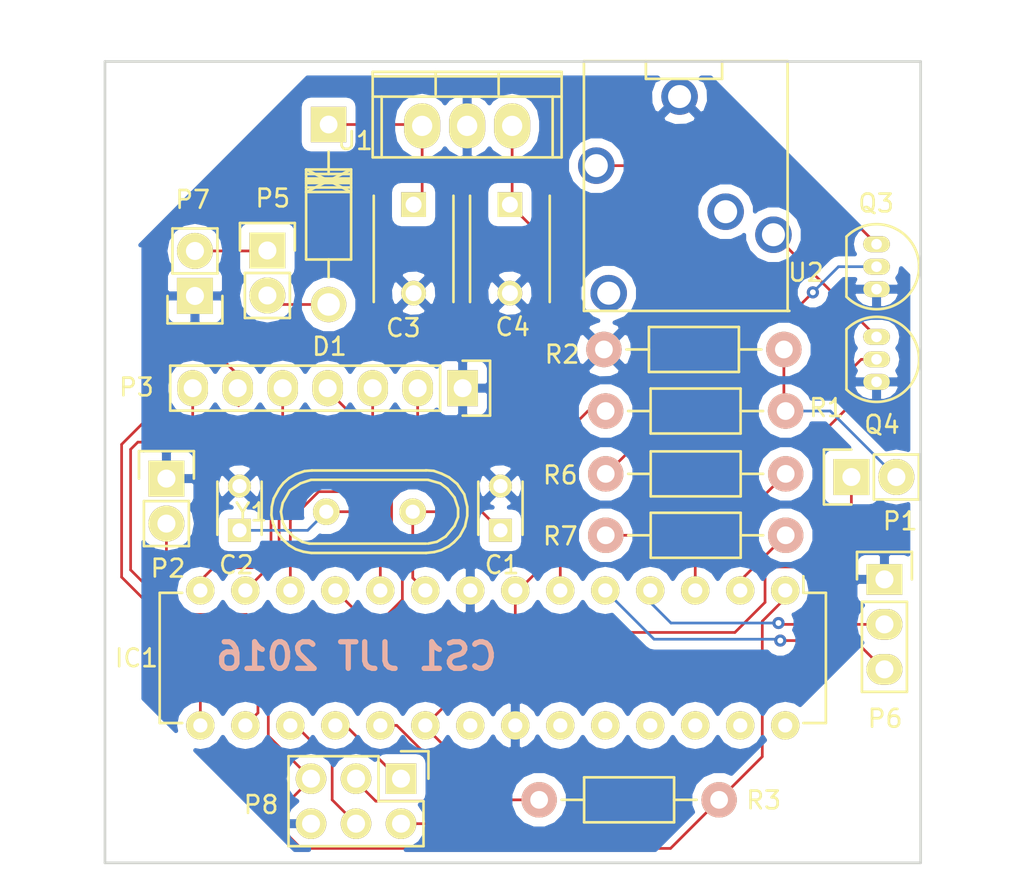
<source format=kicad_pcb>
(kicad_pcb (version 4) (host pcbnew 4.0.3-stable)

  (general
    (links 52)
    (no_connects 0)
    (area 99.481857 92.33124 157.362943 143.4796)
    (thickness 1.6)
    (drawings 5)
    (tracks 165)
    (zones 0)
    (modules 27)
    (nets 28)
  )

  (page A4)
  (layers
    (0 F.Cu signal)
    (31 B.Cu signal)
    (33 F.Adhes user)
    (34 B.Paste user)
    (35 F.Paste user)
    (36 B.SilkS user)
    (37 F.SilkS user)
    (38 B.Mask user)
    (39 F.Mask user)
    (40 Dwgs.User user)
    (41 Cmts.User user)
    (42 Eco1.User user)
    (43 Eco2.User user)
    (44 Edge.Cuts user)
    (45 Margin user)
    (47 F.CrtYd user)
    (49 F.Fab user)
  )

  (setup
    (last_trace_width 0.1524)
    (trace_clearance 0.1524)
    (zone_clearance 0.508)
    (zone_45_only yes)
    (trace_min 0.1524)
    (segment_width 0.2)
    (edge_width 0.15)
    (via_size 0.6858)
    (via_drill 0.3302)
    (via_min_size 0.6858)
    (via_min_drill 0.3302)
    (uvia_size 0.762)
    (uvia_drill 0.508)
    (uvias_allowed no)
    (uvia_min_size 0)
    (uvia_min_drill 0)
    (pcb_text_width 0.3)
    (pcb_text_size 1.5 1.5)
    (mod_edge_width 0.15)
    (mod_text_size 1 1)
    (mod_text_width 0.15)
    (pad_size 3.2 3.2)
    (pad_drill 3.2)
    (pad_to_mask_clearance 0.2)
    (aux_axis_origin 105.3592 141.6304)
    (visible_elements FFFFFF7F)
    (pcbplotparams
      (layerselection 0x010f0_80000001)
      (usegerberextensions false)
      (excludeedgelayer true)
      (linewidth 0.100000)
      (plotframeref false)
      (viasonmask false)
      (mode 1)
      (useauxorigin false)
      (hpglpennumber 1)
      (hpglpenspeed 20)
      (hpglpendiameter 15)
      (hpglpenoverlay 2)
      (psnegative false)
      (psa4output false)
      (plotreference true)
      (plotvalue true)
      (plotinvisibletext false)
      (padsonsilk false)
      (subtractmaskfromsilk false)
      (outputformat 1)
      (mirror false)
      (drillshape 0)
      (scaleselection 1)
      (outputdirectory ../camera-switch-gerber/))
  )

  (net 0 "")
  (net 1 /CLOCK1)
  (net 2 GND)
  (net 3 /CLOCK2)
  (net 4 "Net-(C3-Pad1)")
  (net 5 VCC)
  (net 6 /RESET)
  (net 7 /ENC1)
  (net 8 /ENC2)
  (net 9 /SHUTTER)
  (net 10 /FOCUS)
  (net 11 /LED1)
  (net 12 /LED2)
  (net 13 /LED3)
  (net 14 /LED4)
  (net 15 /LED5)
  (net 16 /LED6)
  (net 17 /SHOOT)
  (net 18 +9V)
  (net 19 /MOSI)
  (net 20 /MISO)
  (net 21 /SCK)
  (net 22 "Net-(Q3-Pad2)")
  (net 23 "Net-(Q4-Pad2)")
  (net 24 "Net-(D1-Pad2)")
  (net 25 "Net-(Q3-Pad1)")
  (net 26 "Net-(Q4-Pad1)")
  (net 27 "Net-(P1-Pad2)")

  (net_class Default "This is the default net class."
    (clearance 0.1524)
    (trace_width 0.1524)
    (via_dia 0.6858)
    (via_drill 0.3302)
    (uvia_dia 0.762)
    (uvia_drill 0.508)
    (add_net +9V)
    (add_net /CLOCK1)
    (add_net /CLOCK2)
    (add_net /ENC1)
    (add_net /ENC2)
    (add_net /FOCUS)
    (add_net /LED1)
    (add_net /LED2)
    (add_net /LED3)
    (add_net /LED4)
    (add_net /LED5)
    (add_net /LED6)
    (add_net /MISO)
    (add_net /MOSI)
    (add_net /RESET)
    (add_net /SCK)
    (add_net /SHOOT)
    (add_net /SHUTTER)
    (add_net GND)
    (add_net "Net-(C3-Pad1)")
    (add_net "Net-(D1-Pad2)")
    (add_net "Net-(P1-Pad2)")
    (add_net "Net-(Q3-Pad1)")
    (add_net "Net-(Q3-Pad2)")
    (add_net "Net-(Q4-Pad1)")
    (add_net "Net-(Q4-Pad2)")
    (add_net VCC)
  )

  (module Capacitors_ThroughHole:C_Disc_D3_P2.5 (layer F.Cu) (tedit 57B5CD02) (tstamp 57AA732E)
    (at 127.762 122.936 90)
    (descr "Capacitor 3mm Disc, Pitch 2.5mm")
    (tags Capacitor)
    (path /57AA47D0)
    (fp_text reference C1 (at -1.9558 0.09144 180) (layer F.SilkS)
      (effects (font (size 1 1) (thickness 0.15)))
    )
    (fp_text value 22pF (at 1.25 2.5 90) (layer F.Fab)
      (effects (font (size 1 1) (thickness 0.15)))
    )
    (fp_line (start -0.9 -1.5) (end 3.4 -1.5) (layer F.CrtYd) (width 0.05))
    (fp_line (start 3.4 -1.5) (end 3.4 1.5) (layer F.CrtYd) (width 0.05))
    (fp_line (start 3.4 1.5) (end -0.9 1.5) (layer F.CrtYd) (width 0.05))
    (fp_line (start -0.9 1.5) (end -0.9 -1.5) (layer F.CrtYd) (width 0.05))
    (fp_line (start -0.25 -1.25) (end 2.75 -1.25) (layer F.SilkS) (width 0.15))
    (fp_line (start 2.75 1.25) (end -0.25 1.25) (layer F.SilkS) (width 0.15))
    (pad 1 thru_hole rect (at 0 0 90) (size 1.3 1.3) (drill 0.8) (layers *.Cu *.Mask F.SilkS)
      (net 1 /CLOCK1))
    (pad 2 thru_hole circle (at 2.5 0 90) (size 1.3 1.3) (drill 0.8001) (layers *.Cu *.Mask F.SilkS)
      (net 2 GND))
    (model Capacitors_ThroughHole.3dshapes/C_Disc_D3_P2.5.wrl
      (at (xyz 0.0492126 0 0))
      (scale (xyz 1 1 1))
      (rotate (xyz 0 0 0))
    )
  )

  (module Capacitors_ThroughHole:C_Disc_D3_P2.5 (layer F.Cu) (tedit 57B5CD05) (tstamp 57AA7334)
    (at 113.03 122.936 90)
    (descr "Capacitor 3mm Disc, Pitch 2.5mm")
    (tags Capacitor)
    (path /57AA4824)
    (fp_text reference C2 (at -1.9558 -0.1778 180) (layer F.SilkS)
      (effects (font (size 1 1) (thickness 0.15)))
    )
    (fp_text value 22pF (at 1.25 2.5 90) (layer F.Fab)
      (effects (font (size 1 1) (thickness 0.15)))
    )
    (fp_line (start -0.9 -1.5) (end 3.4 -1.5) (layer F.CrtYd) (width 0.05))
    (fp_line (start 3.4 -1.5) (end 3.4 1.5) (layer F.CrtYd) (width 0.05))
    (fp_line (start 3.4 1.5) (end -0.9 1.5) (layer F.CrtYd) (width 0.05))
    (fp_line (start -0.9 1.5) (end -0.9 -1.5) (layer F.CrtYd) (width 0.05))
    (fp_line (start -0.25 -1.25) (end 2.75 -1.25) (layer F.SilkS) (width 0.15))
    (fp_line (start 2.75 1.25) (end -0.25 1.25) (layer F.SilkS) (width 0.15))
    (pad 1 thru_hole rect (at 0 0 90) (size 1.3 1.3) (drill 0.8) (layers *.Cu *.Mask F.SilkS)
      (net 3 /CLOCK2))
    (pad 2 thru_hole circle (at 2.5 0 90) (size 1.3 1.3) (drill 0.8001) (layers *.Cu *.Mask F.SilkS)
      (net 2 GND))
    (model Capacitors_ThroughHole.3dshapes/C_Disc_D3_P2.5.wrl
      (at (xyz 0.0492126 0 0))
      (scale (xyz 1 1 1))
      (rotate (xyz 0 0 0))
    )
  )

  (module Diodes_ThroughHole:Diode_DO-41_SOD81_Horizontal_RM10 (layer F.Cu) (tedit 57B5C6D9) (tstamp 57AA7346)
    (at 118.0592 100.0252 270)
    (descr "Diode, DO-41, SOD81, Horizontal, RM 10mm,")
    (tags "Diode, DO-41, SOD81, Horizontal, RM 10mm, 1N4007, SB140,")
    (path /57AA7027)
    (fp_text reference D1 (at 12.5324 -0.0498 360) (layer F.SilkS)
      (effects (font (size 1 1) (thickness 0.15)))
    )
    (fp_text value D (at 4.37134 -3.55854 270) (layer F.Fab)
      (effects (font (size 1 1) (thickness 0.15)))
    )
    (fp_line (start 7.62 -0.00254) (end 8.636 -0.00254) (layer F.SilkS) (width 0.15))
    (fp_line (start 2.794 -0.00254) (end 1.524 -0.00254) (layer F.SilkS) (width 0.15))
    (fp_line (start 3.048 -1.27254) (end 3.048 1.26746) (layer F.SilkS) (width 0.15))
    (fp_line (start 3.302 -1.27254) (end 3.302 1.26746) (layer F.SilkS) (width 0.15))
    (fp_line (start 3.556 -1.27254) (end 3.556 1.26746) (layer F.SilkS) (width 0.15))
    (fp_line (start 2.794 -1.27254) (end 2.794 1.26746) (layer F.SilkS) (width 0.15))
    (fp_line (start 3.81 -1.27254) (end 2.54 1.26746) (layer F.SilkS) (width 0.15))
    (fp_line (start 2.54 -1.27254) (end 3.81 1.26746) (layer F.SilkS) (width 0.15))
    (fp_line (start 3.81 -1.27254) (end 3.81 1.26746) (layer F.SilkS) (width 0.15))
    (fp_line (start 3.175 -1.27254) (end 3.175 1.26746) (layer F.SilkS) (width 0.15))
    (fp_line (start 2.54 1.26746) (end 2.54 -1.27254) (layer F.SilkS) (width 0.15))
    (fp_line (start 2.54 -1.27254) (end 7.62 -1.27254) (layer F.SilkS) (width 0.15))
    (fp_line (start 7.62 -1.27254) (end 7.62 1.26746) (layer F.SilkS) (width 0.15))
    (fp_line (start 7.62 1.26746) (end 2.54 1.26746) (layer F.SilkS) (width 0.15))
    (pad 2 thru_hole circle (at 10.16 -0.00254 90) (size 1.99898 1.99898) (drill 1.27) (layers *.Cu *.Mask F.SilkS)
      (net 24 "Net-(D1-Pad2)"))
    (pad 1 thru_hole rect (at 0 -0.00254 90) (size 1.99898 1.99898) (drill 1.00076) (layers *.Cu *.Mask F.SilkS)
      (net 4 "Net-(C3-Pad1)"))
  )

  (module Housings_DIP:DIP-28_W7.62mm (layer F.Cu) (tedit 57BB3BBD) (tstamp 57AA7366)
    (at 143.8402 126.32944 270)
    (descr "28-lead dip package, row spacing 7.62 mm (300 mils)")
    (tags "dil dip 2.54 300")
    (path /57AA40A6)
    (fp_text reference IC1 (at 3.82016 36.6268 360) (layer F.SilkS)
      (effects (font (size 1 1) (thickness 0.15)))
    )
    (fp_text value ATMEGA328P-P (at 0 -3.72 270) (layer F.Fab)
      (effects (font (size 1 1) (thickness 0.15)))
    )
    (fp_line (start -1.05 -2.45) (end -1.05 35.5) (layer F.CrtYd) (width 0.05))
    (fp_line (start 8.65 -2.45) (end 8.65 35.5) (layer F.CrtYd) (width 0.05))
    (fp_line (start -1.05 -2.45) (end 8.65 -2.45) (layer F.CrtYd) (width 0.05))
    (fp_line (start -1.05 35.5) (end 8.65 35.5) (layer F.CrtYd) (width 0.05))
    (fp_line (start 0.135 -2.295) (end 0.135 -1.025) (layer F.SilkS) (width 0.15))
    (fp_line (start 7.485 -2.295) (end 7.485 -1.025) (layer F.SilkS) (width 0.15))
    (fp_line (start 7.485 35.315) (end 7.485 34.045) (layer F.SilkS) (width 0.15))
    (fp_line (start 0.135 35.315) (end 0.135 34.045) (layer F.SilkS) (width 0.15))
    (fp_line (start 0.135 -2.295) (end 7.485 -2.295) (layer F.SilkS) (width 0.15))
    (fp_line (start 0.135 35.315) (end 7.485 35.315) (layer F.SilkS) (width 0.15))
    (fp_line (start 0.135 -1.025) (end -0.8 -1.025) (layer F.SilkS) (width 0.15))
    (pad 1 thru_hole oval (at 0 0 270) (size 1.6 1.6) (drill 0.8) (layers *.Cu *.Mask F.SilkS)
      (net 6 /RESET))
    (pad 2 thru_hole oval (at 0 2.54 270) (size 1.6 1.6) (drill 0.8) (layers *.Cu *.Mask F.SilkS)
      (net 10 /FOCUS))
    (pad 3 thru_hole oval (at 0 5.08 270) (size 1.6 1.6) (drill 0.8) (layers *.Cu *.Mask F.SilkS)
      (net 9 /SHUTTER))
    (pad 4 thru_hole oval (at 0 7.62 270) (size 1.6 1.6) (drill 0.8) (layers *.Cu *.Mask F.SilkS)
      (net 7 /ENC1))
    (pad 5 thru_hole oval (at 0 10.16 270) (size 1.6 1.6) (drill 0.8) (layers *.Cu *.Mask F.SilkS)
      (net 8 /ENC2))
    (pad 6 thru_hole oval (at 0 12.7 270) (size 1.6 1.6) (drill 0.8) (layers *.Cu *.Mask F.SilkS)
      (net 17 /SHOOT))
    (pad 7 thru_hole oval (at 0 15.24 270) (size 1.6 1.6) (drill 0.8) (layers *.Cu *.Mask F.SilkS)
      (net 5 VCC))
    (pad 8 thru_hole oval (at 0 17.78 270) (size 1.6 1.6) (drill 0.8) (layers *.Cu *.Mask F.SilkS)
      (net 2 GND))
    (pad 9 thru_hole oval (at 0 20.32 270) (size 1.6 1.6) (drill 0.8) (layers *.Cu *.Mask F.SilkS)
      (net 1 /CLOCK1))
    (pad 10 thru_hole oval (at 0 22.86 270) (size 1.6 1.6) (drill 0.8) (layers *.Cu *.Mask F.SilkS)
      (net 3 /CLOCK2))
    (pad 11 thru_hole oval (at 0 25.4 270) (size 1.6 1.6) (drill 0.8) (layers *.Cu *.Mask F.SilkS)
      (net 11 /LED1))
    (pad 12 thru_hole oval (at 0 27.94 270) (size 1.6 1.6) (drill 0.8) (layers *.Cu *.Mask F.SilkS)
      (net 12 /LED2))
    (pad 13 thru_hole oval (at 0 30.48 270) (size 1.6 1.6) (drill 0.8) (layers *.Cu *.Mask F.SilkS)
      (net 13 /LED3))
    (pad 14 thru_hole oval (at 0 33.02 270) (size 1.6 1.6) (drill 0.8) (layers *.Cu *.Mask F.SilkS)
      (net 14 /LED4))
    (pad 15 thru_hole oval (at 7.62 33.02 270) (size 1.6 1.6) (drill 0.8) (layers *.Cu *.Mask F.SilkS)
      (net 15 /LED5))
    (pad 16 thru_hole oval (at 7.62 30.48 270) (size 1.6 1.6) (drill 0.8) (layers *.Cu *.Mask F.SilkS)
      (net 16 /LED6))
    (pad 17 thru_hole oval (at 7.62 27.94 270) (size 1.6 1.6) (drill 0.8) (layers *.Cu *.Mask F.SilkS)
      (net 19 /MOSI))
    (pad 18 thru_hole oval (at 7.62 25.4 270) (size 1.6 1.6) (drill 0.8) (layers *.Cu *.Mask F.SilkS)
      (net 20 /MISO))
    (pad 19 thru_hole oval (at 7.62 22.86 270) (size 1.6 1.6) (drill 0.8) (layers *.Cu *.Mask F.SilkS)
      (net 21 /SCK))
    (pad 20 thru_hole oval (at 7.62 20.32 270) (size 1.6 1.6) (drill 0.8) (layers *.Cu *.Mask F.SilkS)
      (net 5 VCC))
    (pad 21 thru_hole oval (at 7.62 17.78 270) (size 1.6 1.6) (drill 0.8) (layers *.Cu *.Mask F.SilkS))
    (pad 22 thru_hole oval (at 7.62 15.24 270) (size 1.6 1.6) (drill 0.8) (layers *.Cu *.Mask F.SilkS)
      (net 2 GND))
    (pad 23 thru_hole oval (at 7.62 12.7 270) (size 1.6 1.6) (drill 0.8) (layers *.Cu *.Mask F.SilkS))
    (pad 24 thru_hole oval (at 7.62 10.16 270) (size 1.6 1.6) (drill 0.8) (layers *.Cu *.Mask F.SilkS))
    (pad 25 thru_hole oval (at 7.62 7.62 270) (size 1.6 1.6) (drill 0.8) (layers *.Cu *.Mask F.SilkS))
    (pad 26 thru_hole oval (at 7.62 5.08 270) (size 1.6 1.6) (drill 0.8) (layers *.Cu *.Mask F.SilkS))
    (pad 27 thru_hole oval (at 7.62 2.54 270) (size 1.6 1.6) (drill 0.8) (layers *.Cu *.Mask F.SilkS))
    (pad 28 thru_hole oval (at 7.62 0 270) (size 1.6 1.6) (drill 0.8) (layers *.Cu *.Mask F.SilkS))
    (model Housings_DIP.3dshapes/DIP-28_W7.62mm.wrl
      (at (xyz 0 0 0))
      (scale (xyz 1 1 1))
      (rotate (xyz 0 0 0))
    )
  )

  (module Pin_Headers:Pin_Header_Straight_1x02 (layer F.Cu) (tedit 57B5CA8C) (tstamp 57AA736C)
    (at 147.574 119.9261 90)
    (descr "Through hole pin header")
    (tags "pin header")
    (path /57AA7B32)
    (fp_text reference P1 (at -2.4892 2.7559 180) (layer F.SilkS)
      (effects (font (size 1 1) (thickness 0.15)))
    )
    (fp_text value CONN_01X02 (at 0 -3.1 90) (layer F.Fab)
      (effects (font (size 1 1) (thickness 0.15)))
    )
    (fp_line (start 1.27 1.27) (end 1.27 3.81) (layer F.SilkS) (width 0.15))
    (fp_line (start 1.55 -1.55) (end 1.55 0) (layer F.SilkS) (width 0.15))
    (fp_line (start -1.75 -1.75) (end -1.75 4.3) (layer F.CrtYd) (width 0.05))
    (fp_line (start 1.75 -1.75) (end 1.75 4.3) (layer F.CrtYd) (width 0.05))
    (fp_line (start -1.75 -1.75) (end 1.75 -1.75) (layer F.CrtYd) (width 0.05))
    (fp_line (start -1.75 4.3) (end 1.75 4.3) (layer F.CrtYd) (width 0.05))
    (fp_line (start 1.27 1.27) (end -1.27 1.27) (layer F.SilkS) (width 0.15))
    (fp_line (start -1.55 0) (end -1.55 -1.55) (layer F.SilkS) (width 0.15))
    (fp_line (start -1.55 -1.55) (end 1.55 -1.55) (layer F.SilkS) (width 0.15))
    (fp_line (start -1.27 1.27) (end -1.27 3.81) (layer F.SilkS) (width 0.15))
    (fp_line (start -1.27 3.81) (end 1.27 3.81) (layer F.SilkS) (width 0.15))
    (pad 1 thru_hole rect (at 0 0 90) (size 2.032 2.032) (drill 1.016) (layers *.Cu *.Mask F.SilkS)
      (net 5 VCC))
    (pad 2 thru_hole oval (at 0 2.54 90) (size 2.032 2.032) (drill 1.016) (layers *.Cu *.Mask F.SilkS)
      (net 27 "Net-(P1-Pad2)"))
    (model Pin_Headers.3dshapes/Pin_Header_Straight_1x02.wrl
      (at (xyz 0 -0.05 0))
      (scale (xyz 1 1 1))
      (rotate (xyz 0 0 90))
    )
  )

  (module Pin_Headers:Pin_Header_Straight_1x02 (layer F.Cu) (tedit 57B5CD1A) (tstamp 57AA7372)
    (at 108.90504 120.015)
    (descr "Through hole pin header")
    (tags "pin header")
    (path /57AA835F)
    (fp_text reference P2 (at 0.08636 5.06984) (layer F.SilkS)
      (effects (font (size 1 1) (thickness 0.15)))
    )
    (fp_text value CONN_01X02 (at 0 -3.1) (layer F.Fab)
      (effects (font (size 1 1) (thickness 0.15)))
    )
    (fp_line (start 1.27 1.27) (end 1.27 3.81) (layer F.SilkS) (width 0.15))
    (fp_line (start 1.55 -1.55) (end 1.55 0) (layer F.SilkS) (width 0.15))
    (fp_line (start -1.75 -1.75) (end -1.75 4.3) (layer F.CrtYd) (width 0.05))
    (fp_line (start 1.75 -1.75) (end 1.75 4.3) (layer F.CrtYd) (width 0.05))
    (fp_line (start -1.75 -1.75) (end 1.75 -1.75) (layer F.CrtYd) (width 0.05))
    (fp_line (start -1.75 4.3) (end 1.75 4.3) (layer F.CrtYd) (width 0.05))
    (fp_line (start 1.27 1.27) (end -1.27 1.27) (layer F.SilkS) (width 0.15))
    (fp_line (start -1.55 0) (end -1.55 -1.55) (layer F.SilkS) (width 0.15))
    (fp_line (start -1.55 -1.55) (end 1.55 -1.55) (layer F.SilkS) (width 0.15))
    (fp_line (start -1.27 1.27) (end -1.27 3.81) (layer F.SilkS) (width 0.15))
    (fp_line (start -1.27 3.81) (end 1.27 3.81) (layer F.SilkS) (width 0.15))
    (pad 1 thru_hole rect (at 0 0) (size 2.032 2.032) (drill 1.016) (layers *.Cu *.Mask F.SilkS)
      (net 2 GND))
    (pad 2 thru_hole oval (at 0 2.54) (size 2.032 2.032) (drill 1.016) (layers *.Cu *.Mask F.SilkS)
      (net 6 /RESET))
    (model Pin_Headers.3dshapes/Pin_Header_Straight_1x02.wrl
      (at (xyz 0 -0.05 0))
      (scale (xyz 1 1 1))
      (rotate (xyz 0 0 90))
    )
  )

  (module Crystals:Crystal_HC49-U_Vertical (layer F.Cu) (tedit 57B5C88F) (tstamp 57AA73C3)
    (at 120.3706 121.88444 180)
    (descr "Crystal Quarz HC49/U vertical stehend")
    (tags "Crystal Quarz HC49/U vertical stehend")
    (path /57AA4766)
    (fp_text reference Y1 (at 6.6802 -0.0254 180) (layer F.SilkS)
      (effects (font (size 1 1) (thickness 0.15)))
    )
    (fp_text value 16MHz (at 0 3.81 180) (layer F.Fab)
      (effects (font (size 1 1) (thickness 0.15)))
    )
    (fp_line (start 4.699 -1.00076) (end 4.89966 -0.59944) (layer F.SilkS) (width 0.15))
    (fp_line (start 4.89966 -0.59944) (end 5.00126 0) (layer F.SilkS) (width 0.15))
    (fp_line (start 5.00126 0) (end 4.89966 0.50038) (layer F.SilkS) (width 0.15))
    (fp_line (start 4.89966 0.50038) (end 4.50088 1.19888) (layer F.SilkS) (width 0.15))
    (fp_line (start 4.50088 1.19888) (end 3.8989 1.6002) (layer F.SilkS) (width 0.15))
    (fp_line (start 3.8989 1.6002) (end 3.29946 1.80086) (layer F.SilkS) (width 0.15))
    (fp_line (start 3.29946 1.80086) (end -3.29946 1.80086) (layer F.SilkS) (width 0.15))
    (fp_line (start -3.29946 1.80086) (end -4.0005 1.6002) (layer F.SilkS) (width 0.15))
    (fp_line (start -4.0005 1.6002) (end -4.39928 1.30048) (layer F.SilkS) (width 0.15))
    (fp_line (start -4.39928 1.30048) (end -4.8006 0.8001) (layer F.SilkS) (width 0.15))
    (fp_line (start -4.8006 0.8001) (end -5.00126 0.20066) (layer F.SilkS) (width 0.15))
    (fp_line (start -5.00126 0.20066) (end -5.00126 -0.29972) (layer F.SilkS) (width 0.15))
    (fp_line (start -5.00126 -0.29972) (end -4.8006 -0.8001) (layer F.SilkS) (width 0.15))
    (fp_line (start -4.8006 -0.8001) (end -4.30022 -1.39954) (layer F.SilkS) (width 0.15))
    (fp_line (start -4.30022 -1.39954) (end -3.79984 -1.69926) (layer F.SilkS) (width 0.15))
    (fp_line (start -3.79984 -1.69926) (end -3.29946 -1.80086) (layer F.SilkS) (width 0.15))
    (fp_line (start -3.2004 -1.80086) (end 3.40106 -1.80086) (layer F.SilkS) (width 0.15))
    (fp_line (start 3.40106 -1.80086) (end 3.79984 -1.69926) (layer F.SilkS) (width 0.15))
    (fp_line (start 3.79984 -1.69926) (end 4.30022 -1.39954) (layer F.SilkS) (width 0.15))
    (fp_line (start 4.30022 -1.39954) (end 4.8006 -0.89916) (layer F.SilkS) (width 0.15))
    (fp_line (start -3.19024 -2.32918) (end -3.64998 -2.28092) (layer F.SilkS) (width 0.15))
    (fp_line (start -3.64998 -2.28092) (end -4.04876 -2.16916) (layer F.SilkS) (width 0.15))
    (fp_line (start -4.04876 -2.16916) (end -4.48056 -1.95072) (layer F.SilkS) (width 0.15))
    (fp_line (start -4.48056 -1.95072) (end -4.77012 -1.71958) (layer F.SilkS) (width 0.15))
    (fp_line (start -4.77012 -1.71958) (end -5.10032 -1.36906) (layer F.SilkS) (width 0.15))
    (fp_line (start -5.10032 -1.36906) (end -5.38988 -0.83058) (layer F.SilkS) (width 0.15))
    (fp_line (start -5.38988 -0.83058) (end -5.51942 -0.23114) (layer F.SilkS) (width 0.15))
    (fp_line (start -5.51942 -0.23114) (end -5.51942 0.2794) (layer F.SilkS) (width 0.15))
    (fp_line (start -5.51942 0.2794) (end -5.34924 0.98044) (layer F.SilkS) (width 0.15))
    (fp_line (start -5.34924 0.98044) (end -4.95046 1.56972) (layer F.SilkS) (width 0.15))
    (fp_line (start -4.95046 1.56972) (end -4.49072 1.94056) (layer F.SilkS) (width 0.15))
    (fp_line (start -4.49072 1.94056) (end -4.06908 2.14884) (layer F.SilkS) (width 0.15))
    (fp_line (start -4.06908 2.14884) (end -3.6195 2.30886) (layer F.SilkS) (width 0.15))
    (fp_line (start -3.6195 2.30886) (end -3.18008 2.33934) (layer F.SilkS) (width 0.15))
    (fp_line (start 4.16052 2.1209) (end 4.53898 1.89992) (layer F.SilkS) (width 0.15))
    (fp_line (start 4.53898 1.89992) (end 4.85902 1.62052) (layer F.SilkS) (width 0.15))
    (fp_line (start 4.85902 1.62052) (end 5.11048 1.29032) (layer F.SilkS) (width 0.15))
    (fp_line (start 5.11048 1.29032) (end 5.4102 0.73914) (layer F.SilkS) (width 0.15))
    (fp_line (start 5.4102 0.73914) (end 5.51942 0.26924) (layer F.SilkS) (width 0.15))
    (fp_line (start 5.51942 0.26924) (end 5.53974 -0.1905) (layer F.SilkS) (width 0.15))
    (fp_line (start 5.53974 -0.1905) (end 5.45084 -0.65024) (layer F.SilkS) (width 0.15))
    (fp_line (start 5.45084 -0.65024) (end 5.26034 -1.09982) (layer F.SilkS) (width 0.15))
    (fp_line (start 5.26034 -1.09982) (end 4.89966 -1.56972) (layer F.SilkS) (width 0.15))
    (fp_line (start 4.89966 -1.56972) (end 4.54914 -1.88976) (layer F.SilkS) (width 0.15))
    (fp_line (start 4.54914 -1.88976) (end 4.16052 -2.1209) (layer F.SilkS) (width 0.15))
    (fp_line (start 4.16052 -2.1209) (end 3.73126 -2.2606) (layer F.SilkS) (width 0.15))
    (fp_line (start 3.73126 -2.2606) (end 3.2893 -2.32918) (layer F.SilkS) (width 0.15))
    (fp_line (start -3.2004 2.32918) (end 3.2512 2.32918) (layer F.SilkS) (width 0.15))
    (fp_line (start 3.2512 2.32918) (end 3.6703 2.29108) (layer F.SilkS) (width 0.15))
    (fp_line (start 3.6703 2.29108) (end 4.16052 2.1209) (layer F.SilkS) (width 0.15))
    (fp_line (start -3.2004 -2.32918) (end 3.2512 -2.32918) (layer F.SilkS) (width 0.15))
    (pad 1 thru_hole circle (at -2.44094 0 180) (size 1.50114 1.50114) (drill 0.8001) (layers *.Cu *.Mask F.SilkS)
      (net 1 /CLOCK1))
    (pad 2 thru_hole circle (at 2.44094 0 180) (size 1.50114 1.50114) (drill 0.8001) (layers *.Cu *.Mask F.SilkS)
      (net 3 /CLOCK2))
  )

  (module TO_SOT_Packages_THT:TO-92_Inline_Narrow_Oval (layer F.Cu) (tedit 57B5C65A) (tstamp 57AE3987)
    (at 148.9964 106.7816 270)
    (descr "TO-92 leads in-line, narrow, oval pads, drill 0.6mm (see NXP sot054_po.pdf)")
    (tags "to-92 sc-43 sc-43a sot54 PA33 transistor")
    (path /57AA42BD)
    (fp_text reference Q3 (at -2.3114 0.0254 360) (layer F.SilkS)
      (effects (font (size 1 1) (thickness 0.15)))
    )
    (fp_text value Q_NPN_CBE (at 0 3 270) (layer F.Fab)
      (effects (font (size 1 1) (thickness 0.15)))
    )
    (fp_line (start -1.4 1.95) (end -1.4 -2.65) (layer F.CrtYd) (width 0.05))
    (fp_line (start -1.4 1.95) (end 3.95 1.95) (layer F.CrtYd) (width 0.05))
    (fp_line (start -0.43 1.7) (end 2.97 1.7) (layer F.SilkS) (width 0.15))
    (fp_arc (start 1.27 0) (end 1.27 -2.4) (angle -135) (layer F.SilkS) (width 0.15))
    (fp_arc (start 1.27 0) (end 1.27 -2.4) (angle 135) (layer F.SilkS) (width 0.15))
    (fp_line (start -1.4 -2.65) (end 3.95 -2.65) (layer F.CrtYd) (width 0.05))
    (fp_line (start 3.95 1.95) (end 3.95 -2.65) (layer F.CrtYd) (width 0.05))
    (pad 2 thru_hole oval (at 1.27 0 90) (size 0.89916 1.50114) (drill 0.6) (layers *.Cu *.Mask F.SilkS)
      (net 22 "Net-(Q3-Pad2)"))
    (pad 3 thru_hole oval (at 2.54 0 90) (size 0.89916 1.50114) (drill 0.6) (layers *.Cu *.Mask F.SilkS)
      (net 2 GND))
    (pad 1 thru_hole oval (at 0 0 90) (size 0.89916 1.50114) (drill 0.6) (layers *.Cu *.Mask F.SilkS)
      (net 25 "Net-(Q3-Pad1)"))
    (model TO_SOT_Packages_THT.3dshapes/TO-92_Inline_Narrow_Oval.wrl
      (at (xyz 0.05 0 0))
      (scale (xyz 1 1 1))
      (rotate (xyz 0 0 -90))
    )
  )

  (module TO_SOT_Packages_THT:TO-92_Inline_Narrow_Oval (layer F.Cu) (tedit 57B5C65E) (tstamp 57AE398E)
    (at 148.9964 112.014 270)
    (descr "TO-92 leads in-line, narrow, oval pads, drill 0.6mm (see NXP sot054_po.pdf)")
    (tags "to-92 sc-43 sc-43a sot54 PA33 transistor")
    (path /57AA42D8)
    (fp_text reference Q4 (at 4.953 -0.3048 360) (layer F.SilkS)
      (effects (font (size 1 1) (thickness 0.15)))
    )
    (fp_text value Q_NPN_CBE (at 0 3 270) (layer F.Fab)
      (effects (font (size 1 1) (thickness 0.15)))
    )
    (fp_line (start -1.4 1.95) (end -1.4 -2.65) (layer F.CrtYd) (width 0.05))
    (fp_line (start -1.4 1.95) (end 3.95 1.95) (layer F.CrtYd) (width 0.05))
    (fp_line (start -0.43 1.7) (end 2.97 1.7) (layer F.SilkS) (width 0.15))
    (fp_arc (start 1.27 0) (end 1.27 -2.4) (angle -135) (layer F.SilkS) (width 0.15))
    (fp_arc (start 1.27 0) (end 1.27 -2.4) (angle 135) (layer F.SilkS) (width 0.15))
    (fp_line (start -1.4 -2.65) (end 3.95 -2.65) (layer F.CrtYd) (width 0.05))
    (fp_line (start 3.95 1.95) (end 3.95 -2.65) (layer F.CrtYd) (width 0.05))
    (pad 2 thru_hole oval (at 1.27 0 90) (size 0.89916 1.50114) (drill 0.6) (layers *.Cu *.Mask F.SilkS)
      (net 23 "Net-(Q4-Pad2)"))
    (pad 3 thru_hole oval (at 2.54 0 90) (size 0.89916 1.50114) (drill 0.6) (layers *.Cu *.Mask F.SilkS)
      (net 2 GND))
    (pad 1 thru_hole oval (at 0 0 90) (size 0.89916 1.50114) (drill 0.6) (layers *.Cu *.Mask F.SilkS)
      (net 26 "Net-(Q4-Pad1)"))
    (model TO_SOT_Packages_THT.3dshapes/TO-92_Inline_Narrow_Oval.wrl
      (at (xyz 0.05 0 0))
      (scale (xyz 1 1 1))
      (rotate (xyz 0 0 -90))
    )
  )

  (module Pin_Headers:Pin_Header_Straight_1x03 (layer F.Cu) (tedit 57B5C640) (tstamp 57AE3DC7)
    (at 149.4409 125.7046)
    (descr "Through hole pin header")
    (tags "pin header")
    (path /57AEB1A5)
    (fp_text reference P6 (at 0.039 7.858) (layer F.SilkS)
      (effects (font (size 1 1) (thickness 0.15)))
    )
    (fp_text value CONN_01X03 (at 0 -3.1) (layer F.Fab)
      (effects (font (size 1 1) (thickness 0.15)))
    )
    (fp_line (start -1.75 -1.75) (end -1.75 6.85) (layer F.CrtYd) (width 0.05))
    (fp_line (start 1.75 -1.75) (end 1.75 6.85) (layer F.CrtYd) (width 0.05))
    (fp_line (start -1.75 -1.75) (end 1.75 -1.75) (layer F.CrtYd) (width 0.05))
    (fp_line (start -1.75 6.85) (end 1.75 6.85) (layer F.CrtYd) (width 0.05))
    (fp_line (start -1.27 1.27) (end -1.27 6.35) (layer F.SilkS) (width 0.15))
    (fp_line (start -1.27 6.35) (end 1.27 6.35) (layer F.SilkS) (width 0.15))
    (fp_line (start 1.27 6.35) (end 1.27 1.27) (layer F.SilkS) (width 0.15))
    (fp_line (start 1.55 -1.55) (end 1.55 0) (layer F.SilkS) (width 0.15))
    (fp_line (start 1.27 1.27) (end -1.27 1.27) (layer F.SilkS) (width 0.15))
    (fp_line (start -1.55 0) (end -1.55 -1.55) (layer F.SilkS) (width 0.15))
    (fp_line (start -1.55 -1.55) (end 1.55 -1.55) (layer F.SilkS) (width 0.15))
    (pad 1 thru_hole rect (at 0 0) (size 2.032 1.7272) (drill 1.016) (layers *.Cu *.Mask F.SilkS)
      (net 2 GND))
    (pad 2 thru_hole oval (at 0 2.54) (size 2.032 1.7272) (drill 1.016) (layers *.Cu *.Mask F.SilkS)
      (net 7 /ENC1))
    (pad 3 thru_hole oval (at 0 5.08) (size 2.032 1.7272) (drill 1.016) (layers *.Cu *.Mask F.SilkS)
      (net 8 /ENC2))
    (model Pin_Headers.3dshapes/Pin_Header_Straight_1x03.wrl
      (at (xyz 0 -0.1 0))
      (scale (xyz 1 1 1))
      (rotate (xyz 0 0 90))
    )
  )

  (module Pin_Headers:Pin_Header_Straight_1x07 (layer F.Cu) (tedit 57B5C628) (tstamp 57AE3E16)
    (at 125.6284 114.9096 270)
    (descr "Through hole pin header")
    (tags "pin header")
    (path /57AA5E5C)
    (fp_text reference P3 (at -0.0508 18.415 360) (layer F.SilkS)
      (effects (font (size 1 1) (thickness 0.15)))
    )
    (fp_text value CONN_01X07 (at 0 -3.1 270) (layer F.Fab)
      (effects (font (size 1 1) (thickness 0.15)))
    )
    (fp_line (start -1.75 -1.75) (end -1.75 17) (layer F.CrtYd) (width 0.05))
    (fp_line (start 1.75 -1.75) (end 1.75 17) (layer F.CrtYd) (width 0.05))
    (fp_line (start -1.75 -1.75) (end 1.75 -1.75) (layer F.CrtYd) (width 0.05))
    (fp_line (start -1.75 17) (end 1.75 17) (layer F.CrtYd) (width 0.05))
    (fp_line (start 1.27 1.27) (end 1.27 16.51) (layer F.SilkS) (width 0.15))
    (fp_line (start 1.27 16.51) (end -1.27 16.51) (layer F.SilkS) (width 0.15))
    (fp_line (start -1.27 16.51) (end -1.27 1.27) (layer F.SilkS) (width 0.15))
    (fp_line (start 1.55 -1.55) (end 1.55 0) (layer F.SilkS) (width 0.15))
    (fp_line (start 1.27 1.27) (end -1.27 1.27) (layer F.SilkS) (width 0.15))
    (fp_line (start -1.55 0) (end -1.55 -1.55) (layer F.SilkS) (width 0.15))
    (fp_line (start -1.55 -1.55) (end 1.55 -1.55) (layer F.SilkS) (width 0.15))
    (pad 1 thru_hole rect (at 0 0 270) (size 2.032 1.7272) (drill 1.016) (layers *.Cu *.Mask F.SilkS)
      (net 2 GND))
    (pad 2 thru_hole oval (at 0 2.54 270) (size 2.032 1.7272) (drill 1.016) (layers *.Cu *.Mask F.SilkS)
      (net 11 /LED1))
    (pad 3 thru_hole oval (at 0 5.08 270) (size 2.032 1.7272) (drill 1.016) (layers *.Cu *.Mask F.SilkS)
      (net 12 /LED2))
    (pad 4 thru_hole oval (at 0 7.62 270) (size 2.032 1.7272) (drill 1.016) (layers *.Cu *.Mask F.SilkS)
      (net 13 /LED3))
    (pad 5 thru_hole oval (at 0 10.16 270) (size 2.032 1.7272) (drill 1.016) (layers *.Cu *.Mask F.SilkS)
      (net 14 /LED4))
    (pad 6 thru_hole oval (at 0 12.7 270) (size 2.032 1.7272) (drill 1.016) (layers *.Cu *.Mask F.SilkS)
      (net 15 /LED5))
    (pad 7 thru_hole oval (at 0 15.24 270) (size 2.032 1.7272) (drill 1.016) (layers *.Cu *.Mask F.SilkS)
      (net 16 /LED6))
    (model Pin_Headers.3dshapes/Pin_Header_Straight_1x07.wrl
      (at (xyz 0 -0.3 0))
      (scale (xyz 1 1 1))
      (rotate (xyz 0 0 90))
    )
  )

  (module Pin_Headers:Pin_Header_Straight_1x02 (layer F.Cu) (tedit 57B5C639) (tstamp 57AE3EC0)
    (at 110.5154 109.7026 180)
    (descr "Through hole pin header")
    (tags "pin header")
    (path /57AECC66)
    (fp_text reference P7 (at 0.127 5.4356 180) (layer F.SilkS)
      (effects (font (size 1 1) (thickness 0.15)))
    )
    (fp_text value CONN_01X02 (at 0 -3.1 180) (layer F.Fab)
      (effects (font (size 1 1) (thickness 0.15)))
    )
    (fp_line (start 1.27 1.27) (end 1.27 3.81) (layer F.SilkS) (width 0.15))
    (fp_line (start 1.55 -1.55) (end 1.55 0) (layer F.SilkS) (width 0.15))
    (fp_line (start -1.75 -1.75) (end -1.75 4.3) (layer F.CrtYd) (width 0.05))
    (fp_line (start 1.75 -1.75) (end 1.75 4.3) (layer F.CrtYd) (width 0.05))
    (fp_line (start -1.75 -1.75) (end 1.75 -1.75) (layer F.CrtYd) (width 0.05))
    (fp_line (start -1.75 4.3) (end 1.75 4.3) (layer F.CrtYd) (width 0.05))
    (fp_line (start 1.27 1.27) (end -1.27 1.27) (layer F.SilkS) (width 0.15))
    (fp_line (start -1.55 0) (end -1.55 -1.55) (layer F.SilkS) (width 0.15))
    (fp_line (start -1.55 -1.55) (end 1.55 -1.55) (layer F.SilkS) (width 0.15))
    (fp_line (start -1.27 1.27) (end -1.27 3.81) (layer F.SilkS) (width 0.15))
    (fp_line (start -1.27 3.81) (end 1.27 3.81) (layer F.SilkS) (width 0.15))
    (pad 1 thru_hole rect (at 0 0 180) (size 2.032 2.032) (drill 1.016) (layers *.Cu *.Mask F.SilkS)
      (net 2 GND))
    (pad 2 thru_hole oval (at 0 2.54 180) (size 2.032 2.032) (drill 1.016) (layers *.Cu *.Mask F.SilkS)
      (net 18 +9V))
    (model Pin_Headers.3dshapes/Pin_Header_Straight_1x02.wrl
      (at (xyz 0 -0.05 0))
      (scale (xyz 1 1 1))
      (rotate (xyz 0 0 90))
    )
  )

  (module Pin_Headers:Pin_Header_Straight_1x02 (layer F.Cu) (tedit 57B5C635) (tstamp 57B4FC6C)
    (at 114.6048 107.1372)
    (descr "Through hole pin header")
    (tags "pin header")
    (path /57B51C4C)
    (fp_text reference P5 (at 0.3048 -2.9464) (layer F.SilkS)
      (effects (font (size 1 1) (thickness 0.15)))
    )
    (fp_text value CONN_01X02 (at 0 -3.1) (layer F.Fab)
      (effects (font (size 1 1) (thickness 0.15)))
    )
    (fp_line (start 1.27 1.27) (end 1.27 3.81) (layer F.SilkS) (width 0.15))
    (fp_line (start 1.55 -1.55) (end 1.55 0) (layer F.SilkS) (width 0.15))
    (fp_line (start -1.75 -1.75) (end -1.75 4.3) (layer F.CrtYd) (width 0.05))
    (fp_line (start 1.75 -1.75) (end 1.75 4.3) (layer F.CrtYd) (width 0.05))
    (fp_line (start -1.75 -1.75) (end 1.75 -1.75) (layer F.CrtYd) (width 0.05))
    (fp_line (start -1.75 4.3) (end 1.75 4.3) (layer F.CrtYd) (width 0.05))
    (fp_line (start 1.27 1.27) (end -1.27 1.27) (layer F.SilkS) (width 0.15))
    (fp_line (start -1.55 0) (end -1.55 -1.55) (layer F.SilkS) (width 0.15))
    (fp_line (start -1.55 -1.55) (end 1.55 -1.55) (layer F.SilkS) (width 0.15))
    (fp_line (start -1.27 1.27) (end -1.27 3.81) (layer F.SilkS) (width 0.15))
    (fp_line (start -1.27 3.81) (end 1.27 3.81) (layer F.SilkS) (width 0.15))
    (pad 1 thru_hole rect (at 0 0) (size 2.032 2.032) (drill 1.016) (layers *.Cu *.Mask F.SilkS)
      (net 18 +9V))
    (pad 2 thru_hole oval (at 0 2.54) (size 2.032 2.032) (drill 1.016) (layers *.Cu *.Mask F.SilkS)
      (net 24 "Net-(D1-Pad2)"))
    (model Pin_Headers.3dshapes/Pin_Header_Straight_1x02.wrl
      (at (xyz 0 -0.05 0))
      (scale (xyz 1 1 1))
      (rotate (xyz 0 0 90))
    )
  )

  (module Power_Integrations:TO-220 (layer F.Cu) (tedit 57B5C653) (tstamp 57B4FC7C)
    (at 125.8824 100.1014)
    (descr "Non Isolated JEDEC TO-220 Package")
    (tags "Power Integration YN Package")
    (path /57AEDC7C)
    (fp_text reference U1 (at -6.3244 0.8438) (layer F.SilkS)
      (effects (font (size 1 1) (thickness 0.15)))
    )
    (fp_text value LM7805CT (at 0 -4.318) (layer F.Fab)
      (effects (font (size 1 1) (thickness 0.15)))
    )
    (fp_line (start 4.826 -1.651) (end 4.826 1.778) (layer F.SilkS) (width 0.15))
    (fp_line (start -4.826 -1.651) (end -4.826 1.778) (layer F.SilkS) (width 0.15))
    (fp_line (start 5.334 -2.794) (end -5.334 -2.794) (layer F.SilkS) (width 0.15))
    (fp_line (start 1.778 -1.778) (end 1.778 -3.048) (layer F.SilkS) (width 0.15))
    (fp_line (start -1.778 -1.778) (end -1.778 -3.048) (layer F.SilkS) (width 0.15))
    (fp_line (start -5.334 -1.651) (end 5.334 -1.651) (layer F.SilkS) (width 0.15))
    (fp_line (start 5.334 1.778) (end -5.334 1.778) (layer F.SilkS) (width 0.15))
    (fp_line (start -5.334 -3.048) (end -5.334 1.778) (layer F.SilkS) (width 0.15))
    (fp_line (start 5.334 -3.048) (end 5.334 1.778) (layer F.SilkS) (width 0.15))
    (fp_line (start 5.334 -3.048) (end -5.334 -3.048) (layer F.SilkS) (width 0.15))
    (pad 2 thru_hole oval (at 0 0) (size 2.032 2.54) (drill 1.143) (layers *.Cu *.Mask F.SilkS)
      (net 2 GND))
    (pad 3 thru_hole oval (at 2.54 0) (size 2.032 2.54) (drill 1.143) (layers *.Cu *.Mask F.SilkS)
      (net 5 VCC))
    (pad 1 thru_hole oval (at -2.54 0) (size 2.032 2.54) (drill 1.143) (layers *.Cu *.Mask F.SilkS)
      (net 4 "Net-(C3-Pad1)"))
  )

  (module Capacitors_ThroughHole:C_Disc_D6_P5 (layer F.Cu) (tedit 57B5C647) (tstamp 57B5BCCC)
    (at 122.8598 104.5464 270)
    (descr "Capacitor 6mm Disc, Pitch 5mm")
    (tags Capacitor)
    (path /57AE66A2)
    (fp_text reference C3 (at 6.9612 0.58 360) (layer F.SilkS)
      (effects (font (size 1 1) (thickness 0.15)))
    )
    (fp_text value 0.1uF (at 2.5 3.5 270) (layer F.Fab)
      (effects (font (size 1 1) (thickness 0.15)))
    )
    (fp_line (start -0.95 -2.5) (end 5.95 -2.5) (layer F.CrtYd) (width 0.05))
    (fp_line (start 5.95 -2.5) (end 5.95 2.5) (layer F.CrtYd) (width 0.05))
    (fp_line (start 5.95 2.5) (end -0.95 2.5) (layer F.CrtYd) (width 0.05))
    (fp_line (start -0.95 2.5) (end -0.95 -2.5) (layer F.CrtYd) (width 0.05))
    (fp_line (start -0.5 -2.25) (end 5.5 -2.25) (layer F.SilkS) (width 0.15))
    (fp_line (start 5.5 2.25) (end -0.5 2.25) (layer F.SilkS) (width 0.15))
    (pad 1 thru_hole rect (at 0 0 270) (size 1.4 1.4) (drill 0.9) (layers *.Cu *.Mask F.SilkS)
      (net 4 "Net-(C3-Pad1)"))
    (pad 2 thru_hole circle (at 5 0 270) (size 1.4 1.4) (drill 0.9) (layers *.Cu *.Mask F.SilkS)
      (net 2 GND))
    (model Capacitors_ThroughHole.3dshapes/C_Disc_D6_P5.wrl
      (at (xyz 0.0984252 0 0))
      (scale (xyz 1 1 1))
      (rotate (xyz 0 0 0))
    )
  )

  (module Capacitors_ThroughHole:C_Disc_D6_P5 (layer F.Cu) (tedit 57B5C64B) (tstamp 57B5BCD1)
    (at 128.2954 104.5464 270)
    (descr "Capacitor 6mm Disc, Pitch 5mm")
    (tags Capacitor)
    (path /57AE67F2)
    (fp_text reference C4 (at 6.9104 -0.1566 360) (layer F.SilkS)
      (effects (font (size 1 1) (thickness 0.15)))
    )
    (fp_text value 0.1uF (at 2.5 3.5 270) (layer F.Fab)
      (effects (font (size 1 1) (thickness 0.15)))
    )
    (fp_line (start -0.95 -2.5) (end 5.95 -2.5) (layer F.CrtYd) (width 0.05))
    (fp_line (start 5.95 -2.5) (end 5.95 2.5) (layer F.CrtYd) (width 0.05))
    (fp_line (start 5.95 2.5) (end -0.95 2.5) (layer F.CrtYd) (width 0.05))
    (fp_line (start -0.95 2.5) (end -0.95 -2.5) (layer F.CrtYd) (width 0.05))
    (fp_line (start -0.5 -2.25) (end 5.5 -2.25) (layer F.SilkS) (width 0.15))
    (fp_line (start 5.5 2.25) (end -0.5 2.25) (layer F.SilkS) (width 0.15))
    (pad 1 thru_hole rect (at 0 0 270) (size 1.4 1.4) (drill 0.9) (layers *.Cu *.Mask F.SilkS)
      (net 5 VCC))
    (pad 2 thru_hole circle (at 5 0 270) (size 1.4 1.4) (drill 0.9) (layers *.Cu *.Mask F.SilkS)
      (net 2 GND))
    (model Capacitors_ThroughHole.3dshapes/C_Disc_D6_P5.wrl
      (at (xyz 0.0984252 0 0))
      (scale (xyz 1 1 1))
      (rotate (xyz 0 0 0))
    )
  )

  (module Resistors_ThroughHole:Resistor_Horizontal_RM10mm (layer F.Cu) (tedit 57B5C616) (tstamp 57B5BCD6)
    (at 133.7 116.2)
    (descr "Resistor, Axial,  RM 10mm, 1/3W")
    (tags "Resistor Axial RM 10mm 1/3W")
    (path /57AA5587)
    (fp_text reference R1 (at 12.4714 -0.1778) (layer F.SilkS)
      (effects (font (size 1 1) (thickness 0.15)))
    )
    (fp_text value 1k (at 5.08 3.81) (layer F.Fab)
      (effects (font (size 1 1) (thickness 0.15)))
    )
    (fp_line (start -1.25 -1.5) (end 11.4 -1.5) (layer F.CrtYd) (width 0.05))
    (fp_line (start -1.25 1.5) (end -1.25 -1.5) (layer F.CrtYd) (width 0.05))
    (fp_line (start 11.4 -1.5) (end 11.4 1.5) (layer F.CrtYd) (width 0.05))
    (fp_line (start -1.25 1.5) (end 11.4 1.5) (layer F.CrtYd) (width 0.05))
    (fp_line (start 2.54 -1.27) (end 7.62 -1.27) (layer F.SilkS) (width 0.15))
    (fp_line (start 7.62 -1.27) (end 7.62 1.27) (layer F.SilkS) (width 0.15))
    (fp_line (start 7.62 1.27) (end 2.54 1.27) (layer F.SilkS) (width 0.15))
    (fp_line (start 2.54 1.27) (end 2.54 -1.27) (layer F.SilkS) (width 0.15))
    (fp_line (start 2.54 0) (end 1.27 0) (layer F.SilkS) (width 0.15))
    (fp_line (start 7.62 0) (end 8.89 0) (layer F.SilkS) (width 0.15))
    (pad 1 thru_hole circle (at 0 0) (size 1.99898 1.99898) (drill 1.00076) (layers *.Cu *.SilkS *.Mask)
      (net 17 /SHOOT))
    (pad 2 thru_hole circle (at 10.16 0) (size 1.99898 1.99898) (drill 1.00076) (layers *.Cu *.SilkS *.Mask)
      (net 27 "Net-(P1-Pad2)"))
    (model Resistors_ThroughHole.3dshapes/Resistor_Horizontal_RM10mm.wrl
      (at (xyz 0.2 0 0))
      (scale (xyz 0.4 0.4 0.4))
      (rotate (xyz 0 0 0))
    )
  )

  (module Resistors_ThroughHole:Resistor_Horizontal_RM10mm (layer F.Cu) (tedit 57B5C61D) (tstamp 57B5BCDB)
    (at 143.764 112.7252 180)
    (descr "Resistor, Axial,  RM 10mm, 1/3W")
    (tags "Resistor Axial RM 10mm 1/3W")
    (path /57AA55DB)
    (fp_text reference R2 (at 12.5222 -0.2794 180) (layer F.SilkS)
      (effects (font (size 1 1) (thickness 0.15)))
    )
    (fp_text value 10k (at 5.08 3.81 180) (layer F.Fab)
      (effects (font (size 1 1) (thickness 0.15)))
    )
    (fp_line (start -1.25 -1.5) (end 11.4 -1.5) (layer F.CrtYd) (width 0.05))
    (fp_line (start -1.25 1.5) (end -1.25 -1.5) (layer F.CrtYd) (width 0.05))
    (fp_line (start 11.4 -1.5) (end 11.4 1.5) (layer F.CrtYd) (width 0.05))
    (fp_line (start -1.25 1.5) (end 11.4 1.5) (layer F.CrtYd) (width 0.05))
    (fp_line (start 2.54 -1.27) (end 7.62 -1.27) (layer F.SilkS) (width 0.15))
    (fp_line (start 7.62 -1.27) (end 7.62 1.27) (layer F.SilkS) (width 0.15))
    (fp_line (start 7.62 1.27) (end 2.54 1.27) (layer F.SilkS) (width 0.15))
    (fp_line (start 2.54 1.27) (end 2.54 -1.27) (layer F.SilkS) (width 0.15))
    (fp_line (start 2.54 0) (end 1.27 0) (layer F.SilkS) (width 0.15))
    (fp_line (start 7.62 0) (end 8.89 0) (layer F.SilkS) (width 0.15))
    (pad 1 thru_hole circle (at 0 0 180) (size 1.99898 1.99898) (drill 1.00076) (layers *.Cu *.SilkS *.Mask)
      (net 27 "Net-(P1-Pad2)"))
    (pad 2 thru_hole circle (at 10.16 0 180) (size 1.99898 1.99898) (drill 1.00076) (layers *.Cu *.SilkS *.Mask)
      (net 2 GND))
    (model Resistors_ThroughHole.3dshapes/Resistor_Horizontal_RM10mm.wrl
      (at (xyz 0.2 0 0))
      (scale (xyz 0.4 0.4 0.4))
      (rotate (xyz 0 0 0))
    )
  )

  (module Resistors_ThroughHole:Resistor_Horizontal_RM10mm (layer F.Cu) (tedit 57B5C608) (tstamp 57B5BCE0)
    (at 140.1064 138.1506 180)
    (descr "Resistor, Axial,  RM 10mm, 1/3W")
    (tags "Resistor Axial RM 10mm 1/3W")
    (path /57AA824B)
    (fp_text reference R3 (at -2.5162 -0.0222 180) (layer F.SilkS)
      (effects (font (size 1 1) (thickness 0.15)))
    )
    (fp_text value 10k (at 5.08 3.81 180) (layer F.Fab)
      (effects (font (size 1 1) (thickness 0.15)))
    )
    (fp_line (start -1.25 -1.5) (end 11.4 -1.5) (layer F.CrtYd) (width 0.05))
    (fp_line (start -1.25 1.5) (end -1.25 -1.5) (layer F.CrtYd) (width 0.05))
    (fp_line (start 11.4 -1.5) (end 11.4 1.5) (layer F.CrtYd) (width 0.05))
    (fp_line (start -1.25 1.5) (end 11.4 1.5) (layer F.CrtYd) (width 0.05))
    (fp_line (start 2.54 -1.27) (end 7.62 -1.27) (layer F.SilkS) (width 0.15))
    (fp_line (start 7.62 -1.27) (end 7.62 1.27) (layer F.SilkS) (width 0.15))
    (fp_line (start 7.62 1.27) (end 2.54 1.27) (layer F.SilkS) (width 0.15))
    (fp_line (start 2.54 1.27) (end 2.54 -1.27) (layer F.SilkS) (width 0.15))
    (fp_line (start 2.54 0) (end 1.27 0) (layer F.SilkS) (width 0.15))
    (fp_line (start 7.62 0) (end 8.89 0) (layer F.SilkS) (width 0.15))
    (pad 1 thru_hole circle (at 0 0 180) (size 1.99898 1.99898) (drill 1.00076) (layers *.Cu *.SilkS *.Mask)
      (net 6 /RESET))
    (pad 2 thru_hole circle (at 10.16 0 180) (size 1.99898 1.99898) (drill 1.00076) (layers *.Cu *.SilkS *.Mask)
      (net 5 VCC))
    (model Resistors_ThroughHole.3dshapes/Resistor_Horizontal_RM10mm.wrl
      (at (xyz 0.2 0 0))
      (scale (xyz 0.4 0.4 0.4))
      (rotate (xyz 0 0 0))
    )
  )

  (module Resistors_ThroughHole:Resistor_Horizontal_RM10mm (layer F.Cu) (tedit 57B5C612) (tstamp 57B5BCE5)
    (at 133.7056 119.7483)
    (descr "Resistor, Axial,  RM 10mm, 1/3W")
    (tags "Resistor Axial RM 10mm 1/3W")
    (path /57AA447E)
    (fp_text reference R6 (at -2.5654 0.0762) (layer F.SilkS)
      (effects (font (size 1 1) (thickness 0.15)))
    )
    (fp_text value 10k (at 5.08 3.81) (layer F.Fab)
      (effects (font (size 1 1) (thickness 0.15)))
    )
    (fp_line (start -1.25 -1.5) (end 11.4 -1.5) (layer F.CrtYd) (width 0.05))
    (fp_line (start -1.25 1.5) (end -1.25 -1.5) (layer F.CrtYd) (width 0.05))
    (fp_line (start 11.4 -1.5) (end 11.4 1.5) (layer F.CrtYd) (width 0.05))
    (fp_line (start -1.25 1.5) (end 11.4 1.5) (layer F.CrtYd) (width 0.05))
    (fp_line (start 2.54 -1.27) (end 7.62 -1.27) (layer F.SilkS) (width 0.15))
    (fp_line (start 7.62 -1.27) (end 7.62 1.27) (layer F.SilkS) (width 0.15))
    (fp_line (start 7.62 1.27) (end 2.54 1.27) (layer F.SilkS) (width 0.15))
    (fp_line (start 2.54 1.27) (end 2.54 -1.27) (layer F.SilkS) (width 0.15))
    (fp_line (start 2.54 0) (end 1.27 0) (layer F.SilkS) (width 0.15))
    (fp_line (start 7.62 0) (end 8.89 0) (layer F.SilkS) (width 0.15))
    (pad 1 thru_hole circle (at 0 0) (size 1.99898 1.99898) (drill 1.00076) (layers *.Cu *.SilkS *.Mask)
      (net 22 "Net-(Q3-Pad2)"))
    (pad 2 thru_hole circle (at 10.16 0) (size 1.99898 1.99898) (drill 1.00076) (layers *.Cu *.SilkS *.Mask)
      (net 9 /SHUTTER))
    (model Resistors_ThroughHole.3dshapes/Resistor_Horizontal_RM10mm.wrl
      (at (xyz 0.2 0 0))
      (scale (xyz 0.4 0.4 0.4))
      (rotate (xyz 0 0 0))
    )
  )

  (module Resistors_ThroughHole:Resistor_Horizontal_RM10mm (layer F.Cu) (tedit 57B5C60E) (tstamp 57B5BCEA)
    (at 133.7056 123.2154)
    (descr "Resistor, Axial,  RM 10mm, 1/3W")
    (tags "Resistor Axial RM 10mm 1/3W")
    (path /57AA44C2)
    (fp_text reference R7 (at -2.5654 0.0508) (layer F.SilkS)
      (effects (font (size 1 1) (thickness 0.15)))
    )
    (fp_text value 10k (at 5.08 3.81) (layer F.Fab)
      (effects (font (size 1 1) (thickness 0.15)))
    )
    (fp_line (start -1.25 -1.5) (end 11.4 -1.5) (layer F.CrtYd) (width 0.05))
    (fp_line (start -1.25 1.5) (end -1.25 -1.5) (layer F.CrtYd) (width 0.05))
    (fp_line (start 11.4 -1.5) (end 11.4 1.5) (layer F.CrtYd) (width 0.05))
    (fp_line (start -1.25 1.5) (end 11.4 1.5) (layer F.CrtYd) (width 0.05))
    (fp_line (start 2.54 -1.27) (end 7.62 -1.27) (layer F.SilkS) (width 0.15))
    (fp_line (start 7.62 -1.27) (end 7.62 1.27) (layer F.SilkS) (width 0.15))
    (fp_line (start 7.62 1.27) (end 2.54 1.27) (layer F.SilkS) (width 0.15))
    (fp_line (start 2.54 1.27) (end 2.54 -1.27) (layer F.SilkS) (width 0.15))
    (fp_line (start 2.54 0) (end 1.27 0) (layer F.SilkS) (width 0.15))
    (fp_line (start 7.62 0) (end 8.89 0) (layer F.SilkS) (width 0.15))
    (pad 1 thru_hole circle (at 0 0) (size 1.99898 1.99898) (drill 1.00076) (layers *.Cu *.SilkS *.Mask)
      (net 23 "Net-(Q4-Pad2)"))
    (pad 2 thru_hole circle (at 10.16 0) (size 1.99898 1.99898) (drill 1.00076) (layers *.Cu *.SilkS *.Mask)
      (net 10 /FOCUS))
    (model Resistors_ThroughHole.3dshapes/Resistor_Horizontal_RM10mm.wrl
      (at (xyz 0.2 0 0))
      (scale (xyz 0.4 0.4 0.4))
      (rotate (xyz 0 0 0))
    )
  )

  (module footprints:audio_jack (layer F.Cu) (tedit 57B5CA6E) (tstamp 57B5BE91)
    (at 138.0744 110.9472)
    (path /57B4FC46)
    (fp_text reference U2 (at 6.9342 -2.5654) (layer F.SilkS)
      (effects (font (size 1 1) (thickness 0.15)))
    )
    (fp_text value JACK_TRS_5PINS (at 0.0508 -15.494) (layer F.Fab)
      (effects (font (size 1 1) (thickness 0.15)))
    )
    (fp_line (start 2.2 -14.5) (end 2.2 -13.5) (layer F.SilkS) (width 0.15))
    (fp_line (start 2.2 -13.5) (end -2.1 -13.5) (layer F.SilkS) (width 0.15))
    (fp_line (start -2.1 -13.5) (end -2.1 -14.5) (layer F.SilkS) (width 0.15))
    (fp_line (start 5.9 -0.4) (end 5.9 -14.5) (layer F.SilkS) (width 0.15))
    (fp_line (start 5.9 -14.5) (end -5.6 -14.5) (layer F.SilkS) (width 0.15))
    (fp_line (start -5.6 -14.5) (end -5.6 -0.4) (layer F.SilkS) (width 0.15))
    (fp_line (start -5.6 -0.4) (end 6 -0.4) (layer F.SilkS) (width 0.15))
    (pad 1 thru_hole circle (at -0.2 -12.5 180) (size 2.062 2.062) (drill 1.3) (layers *.Cu *.Mask)
      (net 2 GND))
    (pad 2 thru_hole circle (at -4.9 -8.6 180) (size 2.062 2.062) (drill 1.3) (layers *.Cu *.Mask)
      (net 25 "Net-(Q3-Pad1)"))
    (pad 3 thru_hole circle (at -4.2 -1.4 180) (size 2.062 2.062) (drill 1.3) (layers *.Cu *.Mask))
    (pad 4 thru_hole circle (at 2.4 -6 180) (size 2.062 2.062) (drill 1.3) (layers *.Cu *.Mask))
    (pad 5 thru_hole circle (at 5.1 -4.7 180) (size 2.062 2.062) (drill 1.3) (layers *.Cu *.Mask)
      (net 26 "Net-(Q4-Pad1)"))
  )

  (module Mounting_Holes:MountingHole_3.2mm_M3 (layer F.Cu) (tedit 57BB3B98) (tstamp 57B5C9F2)
    (at 147.8534 100.0252)
    (descr "Mounting Hole 3.2mm, no annular, M3")
    (tags "mounting hole 3.2mm no annular m3")
    (fp_text reference "" (at 2.58064 -6.76656) (layer F.SilkS)
      (effects (font (size 1 1) (thickness 0.15)))
    )
    (fp_text value MountingHole_3.2mm_M3 (at 0 4.2) (layer F.Fab)
      (effects (font (size 1 1) (thickness 0.15)))
    )
    (fp_circle (center 0 0) (end 3.2 0) (layer Cmts.User) (width 0.15))
    (fp_circle (center 0 0) (end 3.45 0) (layer F.CrtYd) (width 0.05))
    (pad "" np_thru_hole circle (at 0 0) (size 3.2 3.2) (drill 3.2) (layers *.Cu *.Mask))
  )

  (module Mounting_Holes:MountingHole_3.2mm_M3 (layer F.Cu) (tedit 57BB3B85) (tstamp 57B5CA22)
    (at 108.9914 100.0252)
    (descr "Mounting Hole 3.2mm, no annular, M3")
    (tags "mounting hole 3.2mm no annular m3")
    (fp_text reference "" (at 5.1562 -2.4892) (layer F.SilkS)
      (effects (font (size 1 1) (thickness 0.15)))
    )
    (fp_text value MountingHole_3.2mm_M3 (at 0 4.2) (layer F.Fab)
      (effects (font (size 1 1) (thickness 0.15)))
    )
    (fp_circle (center 0 0) (end 3.2 0) (layer Cmts.User) (width 0.15))
    (fp_circle (center 0 0) (end 3.45 0) (layer F.CrtYd) (width 0.05))
    (pad "" np_thru_hole circle (at 0 0) (size 3.2 3.2) (drill 3.2) (layers *.Cu *.Mask))
  )

  (module Mounting_Holes:MountingHole_3.2mm_M3 (layer F.Cu) (tedit 57BB3B8A) (tstamp 57B5CA23)
    (at 108.9914 138.2522)
    (descr "Mounting Hole 3.2mm, no annular, M3")
    (tags "mounting hole 3.2mm no annular m3")
    (fp_text reference "" (at -8.001 -2.85496) (layer F.SilkS)
      (effects (font (size 1 1) (thickness 0.15)))
    )
    (fp_text value MountingHole_3.2mm_M3 (at 0 4.2) (layer F.Fab)
      (effects (font (size 1 1) (thickness 0.15)))
    )
    (fp_circle (center 0 0) (end 3.2 0) (layer Cmts.User) (width 0.15))
    (fp_circle (center 0 0) (end 3.45 0) (layer F.CrtYd) (width 0.05))
    (pad "" np_thru_hole circle (at 0 0) (size 3.2 3.2) (drill 3.2) (layers *.Cu *.Mask))
  )

  (module Mounting_Holes:MountingHole_3.2mm_M3 (layer F.Cu) (tedit 57BB3B91) (tstamp 57B5CA24)
    (at 147.8534 138.2522)
    (descr "Mounting Hole 3.2mm, no annular, M3")
    (tags "mounting hole 3.2mm no annular m3")
    (fp_text reference "" (at 7.7216 0.4318) (layer F.SilkS)
      (effects (font (size 1 1) (thickness 0.15)))
    )
    (fp_text value MountingHole_3.2mm_M3 (at 0 4.2) (layer F.Fab)
      (effects (font (size 1 1) (thickness 0.15)))
    )
    (fp_circle (center 0 0) (end 3.2 0) (layer Cmts.User) (width 0.15))
    (fp_circle (center 0 0) (end 3.45 0) (layer F.CrtYd) (width 0.05))
    (pad "" np_thru_hole circle (at 0 0) (size 3.2 3.2) (drill 3.2) (layers *.Cu *.Mask))
  )

  (module Pin_Headers:Pin_Header_Straight_2x03 (layer F.Cu) (tedit 57BB3BAC) (tstamp 57BB3B1E)
    (at 122.1486 136.9568 270)
    (descr "Through hole pin header")
    (tags "pin header")
    (path /57B8D0A3)
    (fp_text reference P8 (at 1.4732 7.8994 360) (layer F.SilkS)
      (effects (font (size 1 1) (thickness 0.15)))
    )
    (fp_text value CONN_02X03 (at 0 -3.1 270) (layer F.Fab)
      (effects (font (size 1 1) (thickness 0.15)))
    )
    (fp_line (start -1.27 1.27) (end -1.27 6.35) (layer F.SilkS) (width 0.15))
    (fp_line (start -1.55 -1.55) (end 0 -1.55) (layer F.SilkS) (width 0.15))
    (fp_line (start -1.75 -1.75) (end -1.75 6.85) (layer F.CrtYd) (width 0.05))
    (fp_line (start 4.3 -1.75) (end 4.3 6.85) (layer F.CrtYd) (width 0.05))
    (fp_line (start -1.75 -1.75) (end 4.3 -1.75) (layer F.CrtYd) (width 0.05))
    (fp_line (start -1.75 6.85) (end 4.3 6.85) (layer F.CrtYd) (width 0.05))
    (fp_line (start 1.27 -1.27) (end 1.27 1.27) (layer F.SilkS) (width 0.15))
    (fp_line (start 1.27 1.27) (end -1.27 1.27) (layer F.SilkS) (width 0.15))
    (fp_line (start -1.27 6.35) (end 3.81 6.35) (layer F.SilkS) (width 0.15))
    (fp_line (start 3.81 6.35) (end 3.81 1.27) (layer F.SilkS) (width 0.15))
    (fp_line (start -1.55 -1.55) (end -1.55 0) (layer F.SilkS) (width 0.15))
    (fp_line (start 3.81 -1.27) (end 1.27 -1.27) (layer F.SilkS) (width 0.15))
    (fp_line (start 3.81 1.27) (end 3.81 -1.27) (layer F.SilkS) (width 0.15))
    (pad 1 thru_hole rect (at 0 0 270) (size 1.7272 1.7272) (drill 1.016) (layers *.Cu *.Mask F.SilkS)
      (net 20 /MISO))
    (pad 2 thru_hole oval (at 2.54 0 270) (size 1.7272 1.7272) (drill 1.016) (layers *.Cu *.Mask F.SilkS)
      (net 5 VCC))
    (pad 3 thru_hole oval (at 0 2.54 270) (size 1.7272 1.7272) (drill 1.016) (layers *.Cu *.Mask F.SilkS)
      (net 21 /SCK))
    (pad 4 thru_hole oval (at 2.54 2.54 270) (size 1.7272 1.7272) (drill 1.016) (layers *.Cu *.Mask F.SilkS)
      (net 19 /MOSI))
    (pad 5 thru_hole oval (at 0 5.08 270) (size 1.7272 1.7272) (drill 1.016) (layers *.Cu *.Mask F.SilkS)
      (net 6 /RESET))
    (pad 6 thru_hole oval (at 2.54 5.08 270) (size 1.7272 1.7272) (drill 1.016) (layers *.Cu *.Mask F.SilkS)
      (net 2 GND))
    (model Pin_Headers.3dshapes/Pin_Header_Straight_2x03.wrl
      (at (xyz 0.05 -0.1 0))
      (scale (xyz 1 1 1))
      (rotate (xyz 0 0 90))
    )
  )

  (gr_text "CS1 JJT 2016" (at 119.634 130.048) (layer B.SilkS)
    (effects (font (size 1.5 1.5) (thickness 0.3)) (justify mirror))
  )
  (gr_line (start 151.4856 141.7066) (end 151.4856 96.4692) (angle 90) (layer Edge.Cuts) (width 0.15))
  (gr_line (start 105.4354 141.7066) (end 151.4856 141.7066) (angle 90) (layer Edge.Cuts) (width 0.15))
  (gr_line (start 105.4354 96.4692) (end 105.4354 141.7066) (angle 90) (layer Edge.Cuts) (width 0.15))
  (gr_line (start 151.4856 96.4692) (end 105.4354 96.4692) (angle 90) (layer Edge.Cuts) (width 0.15))

  (segment (start 122.81154 121.88444) (end 126.71044 121.88444) (width 0.1524) (layer F.Cu) (net 1))
  (segment (start 126.71044 121.88444) (end 127.762 122.936) (width 0.1524) (layer F.Cu) (net 1) (tstamp 57BB4E74))
  (segment (start 122.81154 121.88444) (end 122.81154 125.62078) (width 0.1524) (layer F.Cu) (net 1))
  (segment (start 122.81154 125.62078) (end 123.5202 126.32944) (width 0.1524) (layer F.Cu) (net 1) (tstamp 57B5D5AA))
  (segment (start 117.92966 121.88444) (end 119.85244 121.88444) (width 0.1524) (layer F.Cu) (net 3))
  (segment (start 120.9802 123.0122) (end 120.9802 126.32944) (width 0.1524) (layer F.Cu) (net 3) (tstamp 57BB5047))
  (segment (start 119.85244 121.88444) (end 120.9802 123.0122) (width 0.1524) (layer F.Cu) (net 3) (tstamp 57BB5040))
  (segment (start 113.03 122.936) (end 116.8781 122.936) (width 0.1524) (layer B.Cu) (net 3))
  (segment (start 116.8781 122.936) (end 117.92966 121.88444) (width 0.1524) (layer B.Cu) (net 3) (tstamp 57BB4E81))
  (segment (start 123.3424 100.1014) (end 123.3424 104.0638) (width 0.1524) (layer F.Cu) (net 4))
  (segment (start 123.3424 104.0638) (end 122.8598 104.5464) (width 0.1524) (layer F.Cu) (net 4) (tstamp 57B5D606))
  (segment (start 118.06174 100.0252) (end 123.2662 100.0252) (width 0.1524) (layer F.Cu) (net 4))
  (segment (start 123.2662 100.0252) (end 123.3424 100.1014) (width 0.1524) (layer F.Cu) (net 4) (tstamp 57B5D602))
  (segment (start 128.6002 128.7) (end 141 128.7) (width 0.1524) (layer F.Cu) (net 5))
  (segment (start 147.574 123.026) (end 147.574 119.9261) (width 0.1524) (layer F.Cu) (net 5) (tstamp 57C32EE2))
  (segment (start 145.6 125) (end 147.574 123.026) (width 0.1524) (layer F.Cu) (net 5) (tstamp 57C32EDC))
  (segment (start 143.2 125) (end 145.6 125) (width 0.1524) (layer F.Cu) (net 5) (tstamp 57C32EDA))
  (segment (start 142.7 125.5) (end 143.2 125) (width 0.1524) (layer F.Cu) (net 5) (tstamp 57C32ED8))
  (segment (start 142.7 127) (end 142.7 125.5) (width 0.1524) (layer F.Cu) (net 5) (tstamp 57C32ED6))
  (segment (start 141 128.7) (end 142.7 127) (width 0.1524) (layer F.Cu) (net 5) (tstamp 57C32EC8))
  (segment (start 128.6002 126.32944) (end 128.77056 126.32944) (width 0.1524) (layer F.Cu) (net 5))
  (segment (start 128.77056 126.32944) (end 130.5 124.6) (width 0.1524) (layer F.Cu) (net 5) (tstamp 57C32DFA))
  (segment (start 130.5 106.751) (end 128.2954 104.5464) (width 0.1524) (layer F.Cu) (net 5) (tstamp 57C32E05))
  (segment (start 130.5 124.6) (end 130.5 106.751) (width 0.1524) (layer F.Cu) (net 5) (tstamp 57C32DFD))
  (segment (start 122.1486 139.4968) (end 126.2888 139.4968) (width 0.1524) (layer F.Cu) (net 5))
  (segment (start 126.2888 139.4968) (end 127.635 138.1506) (width 0.1524) (layer F.Cu) (net 5) (tstamp 57BB3359))
  (segment (start 128.6002 126.32944) (end 128.71196 126.32944) (width 0.1524) (layer F.Cu) (net 5))
  (segment (start 128.4224 100.1014) (end 128.4224 104.4194) (width 0.1524) (layer F.Cu) (net 5))
  (segment (start 128.4224 104.4194) (end 128.2954 104.5464) (width 0.1524) (layer F.Cu) (net 5) (tstamp 57B5D609))
  (segment (start 128.6002 126.32944) (end 128.6002 128.7) (width 0.1524) (layer F.Cu) (net 5))
  (segment (start 128.6002 128.7) (end 128.6002 128.86944) (width 0.1524) (layer F.Cu) (net 5) (tstamp 57C32EC0))
  (segment (start 128.6002 128.86944) (end 123.5202 133.94944) (width 0.1524) (layer F.Cu) (net 5) (tstamp 57B5D580))
  (segment (start 123.5202 133.94944) (end 123.5202 134.0358) (width 0.1524) (layer F.Cu) (net 5))
  (segment (start 123.5202 134.0358) (end 127.635 138.1506) (width 0.1524) (layer F.Cu) (net 5) (tstamp 57B5D575))
  (segment (start 127.635 138.1506) (end 129.9464 138.1506) (width 0.1524) (layer F.Cu) (net 5) (tstamp 57B5D57C))
  (segment (start 117.0686 136.9568) (end 117.0686 136.9822) (width 0.1524) (layer F.Cu) (net 6))
  (segment (start 117.0686 136.9822) (end 115.57 138.4808) (width 0.1524) (layer F.Cu) (net 6) (tstamp 57BB333D))
  (segment (start 137.3632 140.8938) (end 140.1064 138.1506) (width 0.1524) (layer F.Cu) (net 6) (tstamp 57BB3352))
  (segment (start 116.5098 140.8938) (end 137.3632 140.8938) (width 0.1524) (layer F.Cu) (net 6) (tstamp 57BB334B))
  (segment (start 115.57 139.954) (end 116.5098 140.8938) (width 0.1524) (layer F.Cu) (net 6) (tstamp 57BB3348))
  (segment (start 115.57 138.4808) (end 115.57 139.954) (width 0.1524) (layer F.Cu) (net 6) (tstamp 57BB3345))
  (segment (start 114.6556 128.905) (end 114.6556 134.5438) (width 0.1524) (layer F.Cu) (net 6))
  (segment (start 108.90504 126.43104) (end 110.1598 127.6858) (width 0.1524) (layer F.Cu) (net 6) (tstamp 57B5FA21))
  (segment (start 110.1598 127.6858) (end 113.4364 127.6858) (width 0.1524) (layer F.Cu) (net 6) (tstamp 57B5FA27))
  (segment (start 113.4364 127.6858) (end 114.6556 128.905) (width 0.1524) (layer F.Cu) (net 6) (tstamp 57B5FA2F))
  (segment (start 108.90504 122.555) (end 108.90504 126.43104) (width 0.1524) (layer F.Cu) (net 6))
  (segment (start 114.6556 134.5438) (end 117.0686 136.9568) (width 0.1524) (layer F.Cu) (net 6) (tstamp 57BB32D9))
  (segment (start 140.1064 138.1506) (end 142.5448 135.7122) (width 0.1524) (layer F.Cu) (net 6))
  (segment (start 142.5448 128.0668) (end 143.8402 126.7714) (width 0.1524) (layer F.Cu) (net 6) (tstamp 57B5D58F))
  (segment (start 142.5448 135.7122) (end 142.5448 128.0668) (width 0.1524) (layer F.Cu) (net 6) (tstamp 57B5D589))
  (segment (start 143.8402 126.7714) (end 143.8402 126.32944) (width 0.1524) (layer F.Cu) (net 6) (tstamp 57B5D591))
  (segment (start 136.2202 127) (end 136.2202 126.32944) (width 0.1524) (layer B.Cu) (net 7) (tstamp 57B5D64E))
  (segment (start 137.3886 128.1684) (end 136.2202 127) (width 0.1524) (layer B.Cu) (net 7) (tstamp 57B5D64A))
  (segment (start 143.4592 128.1684) (end 137.3886 128.1684) (width 0.1524) (layer B.Cu) (net 7) (tstamp 57B5D649))
  (via (at 143.4592 128.1684) (size 0.6858) (drill 0.3302) (layers F.Cu B.Cu) (net 7))
  (segment (start 143.5354 128.2446) (end 143.4592 128.1684) (width 0.1524) (layer F.Cu) (net 7) (tstamp 57B5D640))
  (segment (start 149.4409 128.2446) (end 143.5354 128.2446) (width 0.1524) (layer F.Cu) (net 7))
  (segment (start 149.4409 130.7846) (end 149.4028 130.7846) (width 0.1524) (layer F.Cu) (net 8))
  (segment (start 149.4028 130.7846) (end 147.7772 129.159) (width 0.1524) (layer F.Cu) (net 8) (tstamp 57B5D688))
  (segment (start 147.7772 129.159) (end 143.5608 129.159) (width 0.1524) (layer F.Cu) (net 8) (tstamp 57B5D68D))
  (via (at 143.5608 129.159) (size 0.6858) (drill 0.3302) (layers F.Cu B.Cu) (net 8))
  (segment (start 143.5608 129.159) (end 143.4846 129.0828) (width 0.1524) (layer B.Cu) (net 8) (tstamp 57B5D695))
  (segment (start 143.4846 129.0828) (end 136.43356 129.0828) (width 0.1524) (layer B.Cu) (net 8) (tstamp 57B5D696))
  (segment (start 136.43356 129.0828) (end 133.6802 126.32944) (width 0.1524) (layer B.Cu) (net 8) (tstamp 57B5D697))
  (segment (start 138.7602 126.32944) (end 138.7602 124.8537) (width 0.1524) (layer F.Cu) (net 9))
  (segment (start 138.7602 124.8537) (end 143.8656 119.7483) (width 0.1524) (layer F.Cu) (net 9) (tstamp 57B5D6B8))
  (segment (start 141.3002 126.32944) (end 141.3002 125.7808) (width 0.1524) (layer F.Cu) (net 10))
  (segment (start 141.3002 125.7808) (end 143.8656 123.2154) (width 0.1524) (layer F.Cu) (net 10) (tstamp 57B5D6B2))
  (segment (start 123.0884 114.9096) (end 123.0884 119.7356) (width 0.1524) (layer F.Cu) (net 11))
  (segment (start 120.20296 128.0922) (end 118.4402 126.32944) (width 0.1524) (layer F.Cu) (net 11) (tstamp 57B5F890))
  (segment (start 120.9802 128.0922) (end 120.20296 128.0922) (width 0.1524) (layer F.Cu) (net 11) (tstamp 57B5F88E))
  (segment (start 122.2248 126.8476) (end 120.9802 128.0922) (width 0.1524) (layer F.Cu) (net 11) (tstamp 57B5F88A))
  (segment (start 122.2248 125.5268) (end 122.2248 126.8476) (width 0.1524) (layer F.Cu) (net 11) (tstamp 57B5F888))
  (segment (start 121.6152 124.9172) (end 122.2248 125.5268) (width 0.1524) (layer F.Cu) (net 11) (tstamp 57B5F886))
  (segment (start 121.6152 121.2088) (end 121.6152 124.9172) (width 0.1524) (layer F.Cu) (net 11) (tstamp 57B5F883))
  (segment (start 123.0884 119.7356) (end 121.6152 121.2088) (width 0.1524) (layer F.Cu) (net 11) (tstamp 57B5F87A))
  (segment (start 120.5484 114.9096) (end 120.5484 119.6848) (width 0.1524) (layer F.Cu) (net 12))
  (segment (start 115.9002 122.3518) (end 115.9002 126.32944) (width 0.1524) (layer F.Cu) (net 12) (tstamp 57B5F8C9))
  (segment (start 117.5004 120.7516) (end 115.9002 122.3518) (width 0.1524) (layer F.Cu) (net 12) (tstamp 57B5F8C6))
  (segment (start 119.4816 120.7516) (end 117.5004 120.7516) (width 0.1524) (layer F.Cu) (net 12) (tstamp 57B5F8C3))
  (segment (start 120.5484 119.6848) (end 119.4816 120.7516) (width 0.1524) (layer F.Cu) (net 12) (tstamp 57B5F8BB))
  (segment (start 118.0084 114.9096) (end 118.0084 115.0366) (width 0.1524) (layer F.Cu) (net 13))
  (segment (start 118.0084 115.0366) (end 119.9388 116.967) (width 0.1524) (layer F.Cu) (net 13) (tstamp 57B5F8CF))
  (segment (start 119.9388 116.967) (end 119.9388 119.38) (width 0.1524) (layer F.Cu) (net 13) (tstamp 57B5F8D5))
  (segment (start 119.9388 119.38) (end 119.1006 120.2182) (width 0.1524) (layer F.Cu) (net 13) (tstamp 57B5F8DE))
  (segment (start 119.1006 120.2182) (end 117.2718 120.2182) (width 0.1524) (layer F.Cu) (net 13) (tstamp 57B5F8E1))
  (segment (start 117.2718 120.2182) (end 115.2652 122.2248) (width 0.1524) (layer F.Cu) (net 13) (tstamp 57B5F8E6))
  (segment (start 115.2652 122.2248) (end 115.2652 124.42444) (width 0.1524) (layer F.Cu) (net 13) (tstamp 57B5F8EC))
  (segment (start 115.2652 124.42444) (end 113.3602 126.32944) (width 0.1524) (layer F.Cu) (net 13) (tstamp 57B5F8F0))
  (segment (start 115.4684 114.9096) (end 115.4684 121.1326) (width 0.1524) (layer F.Cu) (net 14))
  (segment (start 111.5568 125.0442) (end 110.8202 125.7808) (width 0.1524) (layer F.Cu) (net 14) (tstamp 57B5FA17))
  (segment (start 113.7666 125.0442) (end 111.5568 125.0442) (width 0.1524) (layer F.Cu) (net 14) (tstamp 57B5FA14))
  (segment (start 114.808 124.0028) (end 113.7666 125.0442) (width 0.1524) (layer F.Cu) (net 14) (tstamp 57B5FA0F))
  (segment (start 114.808 121.793) (end 114.808 124.0028) (width 0.1524) (layer F.Cu) (net 14) (tstamp 57B5FA09))
  (segment (start 115.4684 121.1326) (end 114.808 121.793) (width 0.1524) (layer F.Cu) (net 14) (tstamp 57B5FA05))
  (segment (start 110.8202 125.7808) (end 110.8202 126.32944) (width 0.1524) (layer F.Cu) (net 14) (tstamp 57B5FA18))
  (segment (start 112.9284 114.9096) (end 112.9284 114.1476) (width 0.1524) (layer F.Cu) (net 15))
  (segment (start 112.9284 114.1476) (end 111.6838 112.903) (width 0.1524) (layer F.Cu) (net 15) (tstamp 57B5FABC))
  (segment (start 111.6838 112.903) (end 109.0422 112.903) (width 0.1524) (layer F.Cu) (net 15) (tstamp 57B5FABF))
  (segment (start 109.0422 112.903) (end 108.2548 113.6904) (width 0.1524) (layer F.Cu) (net 15) (tstamp 57B5FAC1))
  (segment (start 108.2548 113.6904) (end 108.2548 116.205) (width 0.1524) (layer F.Cu) (net 15) (tstamp 57B5FAC3))
  (segment (start 108.2548 116.205) (end 106.3752 118.0846) (width 0.1524) (layer F.Cu) (net 15) (tstamp 57B5FACA))
  (segment (start 106.3752 118.0846) (end 106.3752 125.5776) (width 0.1524) (layer F.Cu) (net 15) (tstamp 57B5FACF))
  (segment (start 106.3752 125.5776) (end 110.8202 130.0226) (width 0.1524) (layer F.Cu) (net 15) (tstamp 57B5FAD6))
  (segment (start 110.8202 130.0226) (end 110.8202 133.94944) (width 0.1524) (layer F.Cu) (net 15) (tstamp 57B5FADE))
  (segment (start 112.9792 115.9002) (end 112.9792 115.2652) (width 0.1524) (layer F.Cu) (net 15))
  (segment (start 110.3884 114.9096) (end 110.3884 116.8908) (width 0.1524) (layer F.Cu) (net 16))
  (segment (start 114.0714 133.23824) (end 113.3602 133.94944) (width 0.1524) (layer F.Cu) (net 16) (tstamp 57B5FAB6))
  (segment (start 114.0714 129.2098) (end 114.0714 133.23824) (width 0.1524) (layer F.Cu) (net 16) (tstamp 57B5FAB3))
  (segment (start 113.0808 128.2192) (end 114.0714 129.2098) (width 0.1524) (layer F.Cu) (net 16) (tstamp 57B5FAB0))
  (segment (start 109.9312 128.2192) (end 113.0808 128.2192) (width 0.1524) (layer F.Cu) (net 16) (tstamp 57B5FAA9))
  (segment (start 106.8832 125.1712) (end 109.9312 128.2192) (width 0.1524) (layer F.Cu) (net 16) (tstamp 57B5FA9E))
  (segment (start 106.8832 118.364) (end 106.8832 125.1712) (width 0.1524) (layer F.Cu) (net 16) (tstamp 57B5FA99))
  (segment (start 107.2896 117.9576) (end 106.8832 118.364) (width 0.1524) (layer F.Cu) (net 16) (tstamp 57B5FA98))
  (segment (start 109.3216 117.9576) (end 107.2896 117.9576) (width 0.1524) (layer F.Cu) (net 16) (tstamp 57B5FA96))
  (segment (start 110.3884 116.8908) (end 109.3216 117.9576) (width 0.1524) (layer F.Cu) (net 16) (tstamp 57B5FA92))
  (segment (start 133.7 116.2) (end 132.7 116.2) (width 0.1524) (layer F.Cu) (net 17))
  (segment (start 131.1402 117.7598) (end 131.1402 126.32944) (width 0.1524) (layer F.Cu) (net 17) (tstamp 57C32F02))
  (segment (start 132.7 116.2) (end 131.1402 117.7598) (width 0.1524) (layer F.Cu) (net 17) (tstamp 57C32EFC))
  (segment (start 110.5154 107.1626) (end 114.5794 107.1626) (width 0.1524) (layer F.Cu) (net 18))
  (segment (start 114.5794 107.1626) (end 114.6048 107.1372) (width 0.1524) (layer F.Cu) (net 18) (tstamp 57B5D611))
  (segment (start 115.9002 133.94944) (end 116.19484 133.94944) (width 0.1524) (layer F.Cu) (net 19))
  (segment (start 116.19484 133.94944) (end 118.2624 136.017) (width 0.1524) (layer F.Cu) (net 19) (tstamp 57BB336C))
  (segment (start 118.2624 136.017) (end 118.2624 138.1506) (width 0.1524) (layer F.Cu) (net 19) (tstamp 57BB3371))
  (segment (start 118.2624 138.1506) (end 119.6086 139.4968) (width 0.1524) (layer F.Cu) (net 19) (tstamp 57BB3375))
  (segment (start 122.1486 136.9568) (end 122.0216 136.9568) (width 0.1524) (layer F.Cu) (net 20))
  (segment (start 122.0216 136.9568) (end 119.01424 133.94944) (width 0.1524) (layer F.Cu) (net 20) (tstamp 57BB3325))
  (segment (start 119.01424 133.94944) (end 118.4402 133.94944) (width 0.1524) (layer F.Cu) (net 20) (tstamp 57BB3328))
  (segment (start 119.6086 136.9568) (end 119.6086 137.1092) (width 0.1524) (layer F.Cu) (net 21))
  (segment (start 119.6086 137.1092) (end 120.7262 138.2268) (width 0.1524) (layer F.Cu) (net 21) (tstamp 57BB3379))
  (segment (start 120.7262 138.2268) (end 123.5456 138.2268) (width 0.1524) (layer F.Cu) (net 21) (tstamp 57BB337A))
  (segment (start 123.5456 138.2268) (end 124.1298 137.6426) (width 0.1524) (layer F.Cu) (net 21) (tstamp 57BB337E))
  (segment (start 124.1298 137.6426) (end 124.1298 136.1694) (width 0.1524) (layer F.Cu) (net 21) (tstamp 57BB3380))
  (segment (start 124.1298 136.1694) (end 121.90984 133.94944) (width 0.1524) (layer F.Cu) (net 21) (tstamp 57BB3382))
  (segment (start 121.90984 133.94944) (end 120.9802 133.94944) (width 0.1524) (layer F.Cu) (net 21) (tstamp 57BB3388))
  (segment (start 121.45264 133.94944) (end 120.9802 133.94944) (width 0.1524) (layer F.Cu) (net 21) (tstamp 57B5D550))
  (segment (start 133.7056 119.7483) (end 133.7517 119.7483) (width 0.1524) (layer F.Cu) (net 22))
  (segment (start 133.7517 119.7483) (end 142.6 110.9) (width 0.1524) (layer F.Cu) (net 22) (tstamp 57C32F0C))
  (segment (start 142.6 110.9) (end 144 110.9) (width 0.1524) (layer F.Cu) (net 22) (tstamp 57C32F12))
  (segment (start 144 110.9) (end 145.4 109.5) (width 0.1524) (layer F.Cu) (net 22) (tstamp 57C32F1C))
  (via (at 145.4 109.5) (size 0.6858) (drill 0.3302) (layers F.Cu B.Cu) (net 22))
  (segment (start 145.4 109.5) (end 146.8484 108.0516) (width 0.1524) (layer B.Cu) (net 22) (tstamp 57C32F29))
  (segment (start 146.8484 108.0516) (end 148.9964 108.0516) (width 0.1524) (layer B.Cu) (net 22) (tstamp 57C32F2A))
  (segment (start 133.7056 123.2154) (end 139.3952 123.2154) (width 0.1524) (layer F.Cu) (net 23))
  (segment (start 148.1328 113.284) (end 148.9964 113.284) (width 0.1524) (layer F.Cu) (net 23) (tstamp 57B5D705))
  (segment (start 147.5232 113.8936) (end 148.1328 113.284) (width 0.1524) (layer F.Cu) (net 23) (tstamp 57B5D702))
  (segment (start 147.5232 115.8494) (end 147.5232 113.8936) (width 0.1524) (layer F.Cu) (net 23) (tstamp 57B5D700))
  (segment (start 145.3388 118.0338) (end 147.5232 115.8494) (width 0.1524) (layer F.Cu) (net 23) (tstamp 57B5D6FB))
  (segment (start 143.256 118.0338) (end 145.3388 118.0338) (width 0.1524) (layer F.Cu) (net 23) (tstamp 57B5D6F4))
  (segment (start 141.9606 119.3292) (end 143.256 118.0338) (width 0.1524) (layer F.Cu) (net 23) (tstamp 57B5D6F0))
  (segment (start 141.9606 120.65) (end 141.9606 119.3292) (width 0.1524) (layer F.Cu) (net 23) (tstamp 57B5D6EF))
  (segment (start 139.3952 123.2154) (end 141.9606 120.65) (width 0.1524) (layer F.Cu) (net 23) (tstamp 57B5D6EA))
  (segment (start 118.06174 110.1852) (end 115.1128 110.1852) (width 0.1524) (layer F.Cu) (net 24))
  (segment (start 115.1128 110.1852) (end 114.6048 109.6772) (width 0.1524) (layer F.Cu) (net 24) (tstamp 57B5D60D))
  (segment (start 133.1744 102.3472) (end 144.562 102.3472) (width 0.1524) (layer F.Cu) (net 25))
  (segment (start 144.562 102.3472) (end 148.9964 106.7816) (width 0.1524) (layer F.Cu) (net 25) (tstamp 57B5D61C))
  (segment (start 143.1744 106.2472) (end 143.2296 106.2472) (width 0.1524) (layer F.Cu) (net 26))
  (segment (start 143.2296 106.2472) (end 148.9964 112.014) (width 0.1524) (layer F.Cu) (net 26) (tstamp 57B5D624))
  (segment (start 143.86 116.2) (end 146.3879 116.2) (width 0.1524) (layer B.Cu) (net 27))
  (segment (start 146.3879 116.2) (end 150.114 119.9261) (width 0.1524) (layer B.Cu) (net 27) (tstamp 57C32F47))
  (segment (start 143.764 112.7252) (end 143.764 116.104) (width 0.1524) (layer F.Cu) (net 27))
  (segment (start 143.764 116.104) (end 143.86 116.2) (width 0.1524) (layer F.Cu) (net 27) (tstamp 57C32F41))
  (segment (start 143.764 116.205) (end 143.8402 116.2812) (width 0.1524) (layer B.Cu) (net 27) (tstamp 57B5D73D))
  (segment (start 143.8402 116.2812) (end 143.9291 116.2812) (width 0.1524) (layer B.Cu) (net 27))
  (segment (start 150.114 119.9261) (end 150.114 120.8532) (width 0.1524) (layer F.Cu) (net 27))

  (zone (net 2) (net_name GND) (layer B.Cu) (tstamp 57BB4471) (hatch edge 0.508)
    (connect_pads (clearance 0.508))
    (min_thickness 0.254)
    (fill yes (arc_segments 16) (thermal_gap 0.508) (thermal_bridge_width 0.508))
    (polygon
      (pts
        (xy 116.8146 97.2566) (xy 139.6746 97.2566) (xy 151.0538 108.6358) (xy 151.0538 126.5936) (xy 136.5504 141.097)
        (xy 116.1034 141.097) (xy 107.4928 132.4864) (xy 107.4928 106.9594) (xy 107.1372 106.9594)
      )
    )
    (filled_polygon
      (pts
        (xy 136.699439 97.451847) (xy 136.42937 97.554304) (xy 136.19767 98.175261) (xy 136.221237 98.837618) (xy 136.42937 99.340096)
        (xy 136.699441 99.442554) (xy 137.694795 98.4472) (xy 137.680653 98.433058) (xy 137.860258 98.253453) (xy 137.8744 98.267595)
        (xy 137.888543 98.253453) (xy 138.068148 98.433058) (xy 138.054005 98.4472) (xy 139.049359 99.442554) (xy 139.31943 99.340096)
        (xy 139.55113 98.719139) (xy 139.527563 98.056782) (xy 139.31943 97.554304) (xy 139.049361 97.451847) (xy 139.117608 97.3836)
        (xy 139.621994 97.3836) (xy 148.112197 105.873803) (xy 147.901351 106.014686) (xy 147.666244 106.366549) (xy 147.583685 106.7816)
        (xy 147.666244 107.196651) (xy 147.762294 107.3404) (xy 146.8484 107.3404) (xy 146.576235 107.394537) (xy 146.345506 107.548706)
        (xy 145.372137 108.522075) (xy 145.206337 108.521931) (xy 144.846788 108.670493) (xy 144.57146 108.945341) (xy 144.42227 109.30463)
        (xy 144.421931 109.693663) (xy 144.570493 110.053212) (xy 144.845341 110.32854) (xy 145.20463 110.47773) (xy 145.593663 110.478069)
        (xy 145.953212 110.329507) (xy 146.22854 110.054659) (xy 146.37773 109.69537) (xy 146.377799 109.615535) (xy 147.651419 109.615535)
        (xy 147.838694 109.998711) (xy 148.163027 110.27502) (xy 148.56841 110.40618) (xy 148.8694 110.40618) (xy 148.8694 109.4486)
        (xy 149.1234 109.4486) (xy 149.1234 110.40618) (xy 149.42439 110.40618) (xy 149.829773 110.27502) (xy 150.154106 109.998711)
        (xy 150.341381 109.615535) (xy 150.214468 109.4486) (xy 149.1234 109.4486) (xy 148.8694 109.4486) (xy 147.778332 109.4486)
        (xy 147.651419 109.615535) (xy 146.377799 109.615535) (xy 146.377876 109.527912) (xy 147.142988 108.7628) (xy 147.78087 108.7628)
        (xy 147.651419 109.027665) (xy 147.778332 109.1946) (xy 148.8694 109.1946) (xy 148.8694 109.1746) (xy 149.1234 109.1746)
        (xy 149.1234 109.1946) (xy 150.214468 109.1946) (xy 150.341381 109.027665) (xy 150.176759 108.690838) (xy 150.326556 108.466651)
        (xy 150.389352 108.150958) (xy 150.7756 108.537206) (xy 150.7756 118.388335) (xy 150.74581 118.36843) (xy 150.114 118.242755)
        (xy 149.548857 118.355169) (xy 146.890794 115.697106) (xy 146.660065 115.542937) (xy 146.3879 115.4888) (xy 145.33466 115.4888)
        (xy 145.246462 115.275345) (xy 144.819797 114.847935) (xy 147.651419 114.847935) (xy 147.838694 115.231111) (xy 148.163027 115.50742)
        (xy 148.56841 115.63858) (xy 148.8694 115.63858) (xy 148.8694 114.681) (xy 149.1234 114.681) (xy 149.1234 115.63858)
        (xy 149.42439 115.63858) (xy 149.829773 115.50742) (xy 150.154106 115.231111) (xy 150.341381 114.847935) (xy 150.214468 114.681)
        (xy 149.1234 114.681) (xy 148.8694 114.681) (xy 147.778332 114.681) (xy 147.651419 114.847935) (xy 144.819797 114.847935)
        (xy 144.787073 114.815154) (xy 144.186547 114.565794) (xy 143.536306 114.565226) (xy 142.935345 114.813538) (xy 142.475154 115.272927)
        (xy 142.225794 115.873453) (xy 142.225226 116.523694) (xy 142.473538 117.124655) (xy 142.932927 117.584846) (xy 143.533453 117.834206)
        (xy 144.183694 117.834774) (xy 144.784655 117.586462) (xy 145.244846 117.127073) (xy 145.334484 116.9112) (xy 146.093312 116.9112)
        (xy 147.444772 118.26266) (xy 146.558 118.26266) (xy 146.322683 118.306938) (xy 146.106559 118.44601) (xy 145.961569 118.65821)
        (xy 145.91056 118.9101) (xy 145.91056 120.9421) (xy 145.954838 121.177417) (xy 146.09391 121.393541) (xy 146.30611 121.538531)
        (xy 146.558 121.58954) (xy 148.59 121.58954) (xy 148.825317 121.545262) (xy 149.041441 121.40619) (xy 149.143198 121.257263)
        (xy 149.48219 121.48377) (xy 150.114 121.609445) (xy 150.74581 121.48377) (xy 150.7756 121.463865) (xy 150.7756 124.285691)
        (xy 150.583209 124.206) (xy 149.72665 124.206) (xy 149.5679 124.36475) (xy 149.5679 125.5776) (xy 149.5879 125.5776)
        (xy 149.5879 125.8316) (xy 149.5679 125.8316) (xy 149.5679 125.8516) (xy 149.3139 125.8516) (xy 149.3139 125.8316)
        (xy 147.94865 125.8316) (xy 147.7899 125.99035) (xy 147.7899 126.69451) (xy 147.886573 126.927899) (xy 148.065202 127.106527)
        (xy 148.21868 127.1701) (xy 148.196485 127.18493) (xy 147.871629 127.671111) (xy 147.757555 128.2446) (xy 147.871629 128.818089)
        (xy 148.183283 129.284511) (xy 144.678818 132.788976) (xy 144.389351 132.59556) (xy 143.8402 132.486327) (xy 143.291049 132.59556)
        (xy 142.825502 132.906629) (xy 142.5702 133.288715) (xy 142.314898 132.906629) (xy 141.849351 132.59556) (xy 141.3002 132.486327)
        (xy 140.751049 132.59556) (xy 140.285502 132.906629) (xy 140.0302 133.288715) (xy 139.774898 132.906629) (xy 139.309351 132.59556)
        (xy 138.7602 132.486327) (xy 138.211049 132.59556) (xy 137.745502 132.906629) (xy 137.4902 133.288715) (xy 137.234898 132.906629)
        (xy 136.769351 132.59556) (xy 136.2202 132.486327) (xy 135.671049 132.59556) (xy 135.205502 132.906629) (xy 134.9502 133.288715)
        (xy 134.694898 132.906629) (xy 134.229351 132.59556) (xy 133.6802 132.486327) (xy 133.131049 132.59556) (xy 132.665502 132.906629)
        (xy 132.4102 133.288715) (xy 132.154898 132.906629) (xy 131.689351 132.59556) (xy 131.1402 132.486327) (xy 130.591049 132.59556)
        (xy 130.125502 132.906629) (xy 129.855214 133.311143) (xy 129.752589 133.094306) (xy 129.337623 132.718399) (xy 128.949239 132.557536)
        (xy 128.7272 132.679525) (xy 128.7272 133.82244) (xy 128.7472 133.82244) (xy 128.7472 134.07644) (xy 128.7272 134.07644)
        (xy 128.7272 135.219355) (xy 128.949239 135.341344) (xy 129.337623 135.180481) (xy 129.752589 134.804574) (xy 129.855214 134.587737)
        (xy 130.125502 134.992251) (xy 130.591049 135.30332) (xy 131.1402 135.412553) (xy 131.689351 135.30332) (xy 132.154898 134.992251)
        (xy 132.4102 134.610165) (xy 132.665502 134.992251) (xy 133.131049 135.30332) (xy 133.6802 135.412553) (xy 134.229351 135.30332)
        (xy 134.694898 134.992251) (xy 134.9502 134.610165) (xy 135.205502 134.992251) (xy 135.671049 135.30332) (xy 136.2202 135.412553)
        (xy 136.769351 135.30332) (xy 137.234898 134.992251) (xy 137.4902 134.610165) (xy 137.745502 134.992251) (xy 138.211049 135.30332)
        (xy 138.7602 135.412553) (xy 139.309351 135.30332) (xy 139.774898 134.992251) (xy 140.0302 134.610165) (xy 140.285502 134.992251)
        (xy 140.751049 135.30332) (xy 141.3002 135.412553) (xy 141.849351 135.30332) (xy 142.314898 134.992251) (xy 142.5702 134.610165)
        (xy 142.685328 134.782466) (xy 140.799284 136.66851) (xy 140.432947 136.516394) (xy 139.782706 136.515826) (xy 139.181745 136.764138)
        (xy 138.721554 137.223527) (xy 138.472194 137.824053) (xy 138.471626 138.474294) (xy 138.624212 138.843582) (xy 136.497794 140.97)
        (xy 122.423892 140.97) (xy 122.722089 140.910685) (xy 123.20827 140.585829) (xy 123.533126 140.099648) (xy 123.6472 139.526159)
        (xy 123.6472 139.467441) (xy 123.533126 138.893952) (xy 123.25272 138.474294) (xy 128.311626 138.474294) (xy 128.559938 139.075255)
        (xy 129.019327 139.535446) (xy 129.619853 139.784806) (xy 130.270094 139.785374) (xy 130.871055 139.537062) (xy 131.331246 139.077673)
        (xy 131.580606 138.477147) (xy 131.581174 137.826906) (xy 131.332862 137.225945) (xy 130.873473 136.765754) (xy 130.272947 136.516394)
        (xy 129.622706 136.515826) (xy 129.021745 136.764138) (xy 128.561554 137.223527) (xy 128.312194 137.824053) (xy 128.311626 138.474294)
        (xy 123.25272 138.474294) (xy 123.222026 138.428358) (xy 123.247517 138.423562) (xy 123.463641 138.28449) (xy 123.608631 138.07229)
        (xy 123.65964 137.8204) (xy 123.65964 136.0932) (xy 123.615362 135.857883) (xy 123.47629 135.641759) (xy 123.26409 135.496769)
        (xy 123.0122 135.44576) (xy 121.285 135.44576) (xy 121.049683 135.490038) (xy 120.833559 135.62911) (xy 120.688569 135.84131)
        (xy 120.679736 135.884931) (xy 120.66827 135.867771) (xy 120.182089 135.542915) (xy 119.6086 135.428841) (xy 119.035111 135.542915)
        (xy 118.54893 135.867771) (xy 118.3386 136.182552) (xy 118.12827 135.867771) (xy 117.642089 135.542915) (xy 117.0686 135.428841)
        (xy 116.495111 135.542915) (xy 116.00893 135.867771) (xy 115.684074 136.353952) (xy 115.57 136.927441) (xy 115.57 136.986159)
        (xy 115.684074 137.559648) (xy 116.00893 138.045829) (xy 116.279761 138.226792) (xy 115.861779 138.60831) (xy 115.613632 139.137773)
        (xy 115.734131 139.3698) (xy 116.9416 139.3698) (xy 116.9416 139.3498) (xy 117.1956 139.3498) (xy 117.1956 139.3698)
        (xy 117.2156 139.3698) (xy 117.2156 139.6238) (xy 117.1956 139.6238) (xy 117.1956 139.6438) (xy 116.9416 139.6438)
        (xy 116.9416 139.6238) (xy 115.734131 139.6238) (xy 115.613632 139.855827) (xy 115.861779 140.38529) (xy 116.293653 140.779488)
        (xy 116.709574 140.951758) (xy 116.941598 140.830618) (xy 116.941598 140.97) (xy 116.156006 140.97) (xy 110.543525 135.357519)
        (xy 110.8202 135.412553) (xy 111.369351 135.30332) (xy 111.834898 134.992251) (xy 112.0902 134.610165) (xy 112.345502 134.992251)
        (xy 112.811049 135.30332) (xy 113.3602 135.412553) (xy 113.909351 135.30332) (xy 114.374898 134.992251) (xy 114.6302 134.610165)
        (xy 114.885502 134.992251) (xy 115.351049 135.30332) (xy 115.9002 135.412553) (xy 116.449351 135.30332) (xy 116.914898 134.992251)
        (xy 117.1702 134.610165) (xy 117.425502 134.992251) (xy 117.891049 135.30332) (xy 118.4402 135.412553) (xy 118.989351 135.30332)
        (xy 119.454898 134.992251) (xy 119.7102 134.610165) (xy 119.965502 134.992251) (xy 120.431049 135.30332) (xy 120.9802 135.412553)
        (xy 121.529351 135.30332) (xy 121.994898 134.992251) (xy 122.2502 134.610165) (xy 122.505502 134.992251) (xy 122.971049 135.30332)
        (xy 123.5202 135.412553) (xy 124.069351 135.30332) (xy 124.534898 134.992251) (xy 124.7902 134.610165) (xy 125.045502 134.992251)
        (xy 125.511049 135.30332) (xy 126.0602 135.412553) (xy 126.609351 135.30332) (xy 127.074898 134.992251) (xy 127.345186 134.587737)
        (xy 127.447811 134.804574) (xy 127.862777 135.180481) (xy 128.251161 135.341344) (xy 128.4732 135.219355) (xy 128.4732 134.07644)
        (xy 128.4532 134.07644) (xy 128.4532 133.82244) (xy 128.4732 133.82244) (xy 128.4732 132.679525) (xy 128.251161 132.557536)
        (xy 127.862777 132.718399) (xy 127.447811 133.094306) (xy 127.345186 133.311143) (xy 127.074898 132.906629) (xy 126.609351 132.59556)
        (xy 126.0602 132.486327) (xy 125.511049 132.59556) (xy 125.045502 132.906629) (xy 124.7902 133.288715) (xy 124.534898 132.906629)
        (xy 124.069351 132.59556) (xy 123.5202 132.486327) (xy 122.971049 132.59556) (xy 122.505502 132.906629) (xy 122.2502 133.288715)
        (xy 121.994898 132.906629) (xy 121.529351 132.59556) (xy 120.9802 132.486327) (xy 120.431049 132.59556) (xy 119.965502 132.906629)
        (xy 119.7102 133.288715) (xy 119.454898 132.906629) (xy 118.989351 132.59556) (xy 118.4402 132.486327) (xy 117.891049 132.59556)
        (xy 117.425502 132.906629) (xy 117.1702 133.288715) (xy 116.914898 132.906629) (xy 116.449351 132.59556) (xy 115.9002 132.486327)
        (xy 115.351049 132.59556) (xy 114.885502 132.906629) (xy 114.6302 133.288715) (xy 114.374898 132.906629) (xy 113.909351 132.59556)
        (xy 113.3602 132.486327) (xy 112.811049 132.59556) (xy 112.345502 132.906629) (xy 112.0902 133.288715) (xy 111.834898 132.906629)
        (xy 111.369351 132.59556) (xy 110.8202 132.486327) (xy 110.271049 132.59556) (xy 109.805502 132.906629) (xy 109.494433 133.372176)
        (xy 109.3852 133.921327) (xy 109.3852 133.977553) (xy 109.440234 134.254228) (xy 107.6198 132.433794) (xy 107.6198 126.301327)
        (xy 109.3852 126.301327) (xy 109.3852 126.357553) (xy 109.494433 126.906704) (xy 109.805502 127.372251) (xy 110.271049 127.68332)
        (xy 110.8202 127.792553) (xy 111.369351 127.68332) (xy 111.834898 127.372251) (xy 112.0902 126.990165) (xy 112.345502 127.372251)
        (xy 112.811049 127.68332) (xy 113.3602 127.792553) (xy 113.909351 127.68332) (xy 114.374898 127.372251) (xy 114.6302 126.990165)
        (xy 114.885502 127.372251) (xy 115.351049 127.68332) (xy 115.9002 127.792553) (xy 116.449351 127.68332) (xy 116.914898 127.372251)
        (xy 117.1702 126.990165) (xy 117.425502 127.372251) (xy 117.891049 127.68332) (xy 118.4402 127.792553) (xy 118.989351 127.68332)
        (xy 119.454898 127.372251) (xy 119.7102 126.990165) (xy 119.965502 127.372251) (xy 120.431049 127.68332) (xy 120.9802 127.792553)
        (xy 121.529351 127.68332) (xy 121.994898 127.372251) (xy 122.2502 126.990165) (xy 122.505502 127.372251) (xy 122.971049 127.68332)
        (xy 123.5202 127.792553) (xy 124.069351 127.68332) (xy 124.534898 127.372251) (xy 124.805186 126.967737) (xy 124.907811 127.184574)
        (xy 125.322777 127.560481) (xy 125.711161 127.721344) (xy 125.9332 127.599355) (xy 125.9332 126.45644) (xy 125.9132 126.45644)
        (xy 125.9132 126.20244) (xy 125.9332 126.20244) (xy 125.9332 125.059525) (xy 126.1872 125.059525) (xy 126.1872 126.20244)
        (xy 126.2072 126.20244) (xy 126.2072 126.45644) (xy 126.1872 126.45644) (xy 126.1872 127.599355) (xy 126.409239 127.721344)
        (xy 126.797623 127.560481) (xy 127.212589 127.184574) (xy 127.315214 126.967737) (xy 127.585502 127.372251) (xy 128.051049 127.68332)
        (xy 128.6002 127.792553) (xy 129.149351 127.68332) (xy 129.614898 127.372251) (xy 129.8702 126.990165) (xy 130.125502 127.372251)
        (xy 130.591049 127.68332) (xy 131.1402 127.792553) (xy 131.689351 127.68332) (xy 132.154898 127.372251) (xy 132.4102 126.990165)
        (xy 132.665502 127.372251) (xy 133.131049 127.68332) (xy 133.6802 127.792553) (xy 134.06165 127.716678) (xy 135.930666 129.585694)
        (xy 136.161395 129.739863) (xy 136.178172 129.7432) (xy 136.43356 129.794) (xy 142.812938 129.794) (xy 143.006141 129.98754)
        (xy 143.36543 130.13673) (xy 143.754463 130.137069) (xy 144.114012 129.988507) (xy 144.38934 129.713659) (xy 144.53853 129.35437)
        (xy 144.538869 128.965337) (xy 144.390307 128.605788) (xy 144.352261 128.567675) (xy 144.43693 128.36377) (xy 144.437269 127.974737)
        (xy 144.322364 127.696645) (xy 144.389351 127.68332) (xy 144.854898 127.372251) (xy 145.165967 126.906704) (xy 145.2752 126.357553)
        (xy 145.2752 126.301327) (xy 145.165967 125.752176) (xy 144.854898 125.286629) (xy 144.389351 124.97556) (xy 143.8402 124.866327)
        (xy 143.291049 124.97556) (xy 142.825502 125.286629) (xy 142.5702 125.668715) (xy 142.314898 125.286629) (xy 141.849351 124.97556)
        (xy 141.3002 124.866327) (xy 140.751049 124.97556) (xy 140.285502 125.286629) (xy 140.0302 125.668715) (xy 139.774898 125.286629)
        (xy 139.309351 124.97556) (xy 138.7602 124.866327) (xy 138.211049 124.97556) (xy 137.745502 125.286629) (xy 137.4902 125.668715)
        (xy 137.234898 125.286629) (xy 136.769351 124.97556) (xy 136.2202 124.866327) (xy 135.671049 124.97556) (xy 135.205502 125.286629)
        (xy 134.9502 125.668715) (xy 134.694898 125.286629) (xy 134.229351 124.97556) (xy 133.6802 124.866327) (xy 133.131049 124.97556)
        (xy 132.665502 125.286629) (xy 132.4102 125.668715) (xy 132.154898 125.286629) (xy 131.689351 124.97556) (xy 131.1402 124.866327)
        (xy 130.591049 124.97556) (xy 130.125502 125.286629) (xy 129.8702 125.668715) (xy 129.614898 125.286629) (xy 129.149351 124.97556)
        (xy 128.6002 124.866327) (xy 128.051049 124.97556) (xy 127.585502 125.286629) (xy 127.315214 125.691143) (xy 127.212589 125.474306)
        (xy 126.797623 125.098399) (xy 126.409239 124.937536) (xy 126.1872 125.059525) (xy 125.9332 125.059525) (xy 125.711161 124.937536)
        (xy 125.322777 125.098399) (xy 124.907811 125.474306) (xy 124.805186 125.691143) (xy 124.534898 125.286629) (xy 124.069351 124.97556)
        (xy 123.5202 124.866327) (xy 122.971049 124.97556) (xy 122.505502 125.286629) (xy 122.2502 125.668715) (xy 121.994898 125.286629)
        (xy 121.529351 124.97556) (xy 120.9802 124.866327) (xy 120.431049 124.97556) (xy 119.965502 125.286629) (xy 119.7102 125.668715)
        (xy 119.454898 125.286629) (xy 118.989351 124.97556) (xy 118.4402 124.866327) (xy 117.891049 124.97556) (xy 117.425502 125.286629)
        (xy 117.1702 125.668715) (xy 116.914898 125.286629) (xy 116.449351 124.97556) (xy 115.9002 124.866327) (xy 115.351049 124.97556)
        (xy 114.885502 125.286629) (xy 114.6302 125.668715) (xy 114.374898 125.286629) (xy 113.909351 124.97556) (xy 113.3602 124.866327)
        (xy 112.811049 124.97556) (xy 112.345502 125.286629) (xy 112.0902 125.668715) (xy 111.834898 125.286629) (xy 111.369351 124.97556)
        (xy 110.8202 124.866327) (xy 110.271049 124.97556) (xy 109.805502 125.286629) (xy 109.494433 125.752176) (xy 109.3852 126.301327)
        (xy 107.6198 126.301327) (xy 107.6198 123.59453) (xy 107.705262 123.722433) (xy 108.240885 124.080325) (xy 108.872695 124.206)
        (xy 108.937385 124.206) (xy 109.569195 124.080325) (xy 110.104818 123.722433) (xy 110.46271 123.18681) (xy 110.588385 122.555)
        (xy 110.534878 122.286) (xy 111.73256 122.286) (xy 111.73256 123.586) (xy 111.776838 123.821317) (xy 111.91591 124.037441)
        (xy 112.12811 124.182431) (xy 112.38 124.23344) (xy 113.68 124.23344) (xy 113.915317 124.189162) (xy 114.131441 124.05009)
        (xy 114.276431 123.83789) (xy 114.315047 123.6472) (xy 116.8781 123.6472) (xy 117.150265 123.593063) (xy 117.380994 123.438894)
        (xy 117.580259 123.239629) (xy 117.652844 123.269769) (xy 118.204058 123.27025) (xy 118.713497 123.059754) (xy 119.103604 122.670327)
        (xy 119.314989 122.161256) (xy 119.314991 122.158838) (xy 121.42573 122.158838) (xy 121.636226 122.668277) (xy 122.025653 123.058384)
        (xy 122.534724 123.269769) (xy 123.085938 123.27025) (xy 123.595377 123.059754) (xy 123.985484 122.670327) (xy 124.14507 122.286)
        (xy 126.46456 122.286) (xy 126.46456 123.586) (xy 126.508838 123.821317) (xy 126.64791 124.037441) (xy 126.86011 124.182431)
        (xy 127.112 124.23344) (xy 128.412 124.23344) (xy 128.647317 124.189162) (xy 128.863441 124.05009) (xy 129.008431 123.83789)
        (xy 129.05944 123.586) (xy 129.05944 123.539094) (xy 132.070826 123.539094) (xy 132.319138 124.140055) (xy 132.778527 124.600246)
        (xy 133.379053 124.849606) (xy 134.029294 124.850174) (xy 134.630255 124.601862) (xy 135.090446 124.142473) (xy 135.339806 123.541947)
        (xy 135.339808 123.539094) (xy 142.230826 123.539094) (xy 142.479138 124.140055) (xy 142.938527 124.600246) (xy 143.539053 124.849606)
        (xy 144.189294 124.850174) (xy 144.51719 124.71469) (xy 147.7899 124.71469) (xy 147.7899 125.41885) (xy 147.94865 125.5776)
        (xy 149.3139 125.5776) (xy 149.3139 124.36475) (xy 149.15515 124.206) (xy 148.298591 124.206) (xy 148.065202 124.302673)
        (xy 147.886573 124.481301) (xy 147.7899 124.71469) (xy 144.51719 124.71469) (xy 144.790255 124.601862) (xy 145.250446 124.142473)
        (xy 145.499806 123.541947) (xy 145.500374 122.891706) (xy 145.252062 122.290745) (xy 144.792673 121.830554) (xy 144.192147 121.581194)
        (xy 143.541906 121.580626) (xy 142.940945 121.828938) (xy 142.480754 122.288327) (xy 142.231394 122.888853) (xy 142.230826 123.539094)
        (xy 135.339808 123.539094) (xy 135.340374 122.891706) (xy 135.092062 122.290745) (xy 134.632673 121.830554) (xy 134.032147 121.581194)
        (xy 133.381906 121.580626) (xy 132.780945 121.828938) (xy 132.320754 122.288327) (xy 132.071394 122.888853) (xy 132.070826 123.539094)
        (xy 129.05944 123.539094) (xy 129.05944 122.286) (xy 129.015162 122.050683) (xy 128.87609 121.834559) (xy 128.66389 121.689569)
        (xy 128.412 121.63856) (xy 128.249615 121.63856) (xy 128.425729 121.565611) (xy 128.48141 121.335016) (xy 127.762 120.615605)
        (xy 127.04259 121.335016) (xy 127.098271 121.565611) (xy 127.307902 121.63856) (xy 127.112 121.63856) (xy 126.876683 121.682838)
        (xy 126.660559 121.82191) (xy 126.515569 122.03411) (xy 126.46456 122.286) (xy 124.14507 122.286) (xy 124.196869 122.161256)
        (xy 124.19735 121.610042) (xy 123.986854 121.100603) (xy 123.597427 120.710496) (xy 123.088356 120.499111) (xy 122.537142 120.49863)
        (xy 122.027703 120.709126) (xy 121.637596 121.098553) (xy 121.426211 121.607624) (xy 121.42573 122.158838) (xy 119.314991 122.158838)
        (xy 119.31547 121.610042) (xy 119.104974 121.100603) (xy 118.715547 120.710496) (xy 118.206476 120.499111) (xy 117.655262 120.49863)
        (xy 117.145823 120.709126) (xy 116.755716 121.098553) (xy 116.544331 121.607624) (xy 116.54385 122.158838) (xy 116.571105 122.2248)
        (xy 114.315924 122.2248) (xy 114.283162 122.050683) (xy 114.14409 121.834559) (xy 113.93189 121.689569) (xy 113.68 121.63856)
        (xy 113.517615 121.63856) (xy 113.693729 121.565611) (xy 113.74941 121.335016) (xy 113.03 120.615605) (xy 112.31059 121.335016)
        (xy 112.366271 121.565611) (xy 112.575902 121.63856) (xy 112.38 121.63856) (xy 112.144683 121.682838) (xy 111.928559 121.82191)
        (xy 111.783569 122.03411) (xy 111.73256 122.286) (xy 110.534878 122.286) (xy 110.46271 121.92319) (xy 110.238074 121.586999)
        (xy 110.280738 121.569327) (xy 110.459367 121.390699) (xy 110.55604 121.15731) (xy 110.55604 120.30075) (xy 110.510368 120.255078)
        (xy 111.732378 120.255078) (xy 111.761917 120.765428) (xy 111.900389 121.099729) (xy 112.130984 121.15541) (xy 112.850395 120.436)
        (xy 113.209605 120.436) (xy 113.929016 121.15541) (xy 114.159611 121.099729) (xy 114.327622 120.616922) (xy 114.306679 120.255078)
        (xy 126.464378 120.255078) (xy 126.493917 120.765428) (xy 126.632389 121.099729) (xy 126.862984 121.15541) (xy 127.582395 120.436)
        (xy 127.941605 120.436) (xy 128.661016 121.15541) (xy 128.891611 121.099729) (xy 129.059622 120.616922) (xy 129.030083 120.106572)
        (xy 129.015761 120.071994) (xy 132.070826 120.071994) (xy 132.319138 120.672955) (xy 132.778527 121.133146) (xy 133.379053 121.382506)
        (xy 134.029294 121.383074) (xy 134.630255 121.134762) (xy 135.090446 120.675373) (xy 135.339806 120.074847) (xy 135.339808 120.071994)
        (xy 142.230826 120.071994) (xy 142.479138 120.672955) (xy 142.938527 121.133146) (xy 143.539053 121.382506) (xy 144.189294 121.383074)
        (xy 144.790255 121.134762) (xy 145.250446 120.675373) (xy 145.499806 120.074847) (xy 145.500374 119.424606) (xy 145.252062 118.823645)
        (xy 144.792673 118.363454) (xy 144.192147 118.114094) (xy 143.541906 118.113526) (xy 142.940945 118.361838) (xy 142.480754 118.821227)
        (xy 142.231394 119.421753) (xy 142.230826 120.071994) (xy 135.339808 120.071994) (xy 135.340374 119.424606) (xy 135.092062 118.823645)
        (xy 134.632673 118.363454) (xy 134.032147 118.114094) (xy 133.381906 118.113526) (xy 132.780945 118.361838) (xy 132.320754 118.821227)
        (xy 132.071394 119.421753) (xy 132.070826 120.071994) (xy 129.015761 120.071994) (xy 128.891611 119.772271) (xy 128.661016 119.71659)
        (xy 127.941605 120.436) (xy 127.582395 120.436) (xy 126.862984 119.71659) (xy 126.632389 119.772271) (xy 126.464378 120.255078)
        (xy 114.306679 120.255078) (xy 114.298083 120.106572) (xy 114.159611 119.772271) (xy 113.929016 119.71659) (xy 113.209605 120.436)
        (xy 112.850395 120.436) (xy 112.130984 119.71659) (xy 111.900389 119.772271) (xy 111.732378 120.255078) (xy 110.510368 120.255078)
        (xy 110.39729 120.142) (xy 109.03204 120.142) (xy 109.03204 120.162) (xy 108.77804 120.162) (xy 108.77804 120.142)
        (xy 108.75804 120.142) (xy 108.75804 119.888) (xy 108.77804 119.888) (xy 108.77804 118.52275) (xy 109.03204 118.52275)
        (xy 109.03204 119.888) (xy 110.39729 119.888) (xy 110.55604 119.72925) (xy 110.55604 119.536984) (xy 112.31059 119.536984)
        (xy 113.03 120.256395) (xy 113.74941 119.536984) (xy 127.04259 119.536984) (xy 127.762 120.256395) (xy 128.48141 119.536984)
        (xy 128.425729 119.306389) (xy 127.942922 119.138378) (xy 127.432572 119.167917) (xy 127.098271 119.306389) (xy 127.04259 119.536984)
        (xy 113.74941 119.536984) (xy 113.693729 119.306389) (xy 113.210922 119.138378) (xy 112.700572 119.167917) (xy 112.366271 119.306389)
        (xy 112.31059 119.536984) (xy 110.55604 119.536984) (xy 110.55604 118.87269) (xy 110.459367 118.639301) (xy 110.280738 118.460673)
        (xy 110.047349 118.364) (xy 109.19079 118.364) (xy 109.03204 118.52275) (xy 108.77804 118.52275) (xy 108.61929 118.364)
        (xy 107.762731 118.364) (xy 107.6198 118.423204) (xy 107.6198 114.724855) (xy 108.8898 114.724855) (xy 108.8898 115.094345)
        (xy 109.003874 115.667834) (xy 109.32873 116.154015) (xy 109.814911 116.478871) (xy 110.3884 116.592945) (xy 110.961889 116.478871)
        (xy 111.44807 116.154015) (xy 111.6584 115.839234) (xy 111.86873 116.154015) (xy 112.354911 116.478871) (xy 112.9284 116.592945)
        (xy 113.501889 116.478871) (xy 113.98807 116.154015) (xy 114.1984 115.839234) (xy 114.40873 116.154015) (xy 114.894911 116.478871)
        (xy 115.4684 116.592945) (xy 116.041889 116.478871) (xy 116.52807 116.154015) (xy 116.7384 115.839234) (xy 116.94873 116.154015)
        (xy 117.434911 116.478871) (xy 118.0084 116.592945) (xy 118.581889 116.478871) (xy 119.06807 116.154015) (xy 119.2784 115.839234)
        (xy 119.48873 116.154015) (xy 119.974911 116.478871) (xy 120.5484 116.592945) (xy 121.121889 116.478871) (xy 121.60807 116.154015)
        (xy 121.8184 115.839234) (xy 122.02873 116.154015) (xy 122.514911 116.478871) (xy 123.0884 116.592945) (xy 123.661889 116.478871)
        (xy 124.14807 116.154015) (xy 124.1629 116.13182) (xy 124.226473 116.285298) (xy 124.405101 116.463927) (xy 124.63849 116.5606)
        (xy 125.34265 116.5606) (xy 125.5014 116.40185) (xy 125.5014 115.0366) (xy 125.7554 115.0366) (xy 125.7554 116.40185)
        (xy 125.91415 116.5606) (xy 126.61831 116.5606) (xy 126.707408 116.523694) (xy 132.065226 116.523694) (xy 132.313538 117.124655)
        (xy 132.772927 117.584846) (xy 133.373453 117.834206) (xy 134.023694 117.834774) (xy 134.624655 117.586462) (xy 135.084846 117.127073)
        (xy 135.334206 116.526547) (xy 135.334774 115.876306) (xy 135.086462 115.275345) (xy 134.627073 114.815154) (xy 134.026547 114.565794)
        (xy 133.376306 114.565226) (xy 132.775345 114.813538) (xy 132.315154 115.272927) (xy 132.065794 115.873453) (xy 132.065226 116.523694)
        (xy 126.707408 116.523694) (xy 126.851699 116.463927) (xy 127.030327 116.285298) (xy 127.127 116.051909) (xy 127.127 115.19535)
        (xy 126.96825 115.0366) (xy 125.7554 115.0366) (xy 125.5014 115.0366) (xy 125.4814 115.0366) (xy 125.4814 114.7826)
        (xy 125.5014 114.7826) (xy 125.5014 113.41735) (xy 125.7554 113.41735) (xy 125.7554 114.7826) (xy 126.96825 114.7826)
        (xy 127.127 114.62385) (xy 127.127 113.877363) (xy 132.631443 113.877363) (xy 132.730042 114.144165) (xy 133.339582 114.370601)
        (xy 133.989377 114.346541) (xy 134.477958 114.144165) (xy 134.576557 113.877363) (xy 133.604 112.904805) (xy 132.631443 113.877363)
        (xy 127.127 113.877363) (xy 127.127 113.767291) (xy 127.030327 113.533902) (xy 126.851699 113.355273) (xy 126.61831 113.2586)
        (xy 125.91415 113.2586) (xy 125.7554 113.41735) (xy 125.5014 113.41735) (xy 125.34265 113.2586) (xy 124.63849 113.2586)
        (xy 124.405101 113.355273) (xy 124.226473 113.533902) (xy 124.1629 113.68738) (xy 124.14807 113.665185) (xy 123.661889 113.340329)
        (xy 123.0884 113.226255) (xy 122.514911 113.340329) (xy 122.02873 113.665185) (xy 121.8184 113.979966) (xy 121.60807 113.665185)
        (xy 121.121889 113.340329) (xy 120.5484 113.226255) (xy 119.974911 113.340329) (xy 119.48873 113.665185) (xy 119.2784 113.979966)
        (xy 119.06807 113.665185) (xy 118.581889 113.340329) (xy 118.0084 113.226255) (xy 117.434911 113.340329) (xy 116.94873 113.665185)
        (xy 116.7384 113.979966) (xy 116.52807 113.665185) (xy 116.041889 113.340329) (xy 115.4684 113.226255) (xy 114.894911 113.340329)
        (xy 114.40873 113.665185) (xy 114.1984 113.979966) (xy 113.98807 113.665185) (xy 113.501889 113.340329) (xy 112.9284 113.226255)
        (xy 112.354911 113.340329) (xy 111.86873 113.665185) (xy 111.6584 113.979966) (xy 111.44807 113.665185) (xy 110.961889 113.340329)
        (xy 110.3884 113.226255) (xy 109.814911 113.340329) (xy 109.32873 113.665185) (xy 109.003874 114.151366) (xy 108.8898 114.724855)
        (xy 107.6198 114.724855) (xy 107.6198 112.460782) (xy 131.958599 112.460782) (xy 131.982659 113.110577) (xy 132.185035 113.599158)
        (xy 132.451837 113.697757) (xy 133.424395 112.7252) (xy 133.783605 112.7252) (xy 134.756163 113.697757) (xy 135.022965 113.599158)
        (xy 135.22738 113.048894) (xy 142.129226 113.048894) (xy 142.377538 113.649855) (xy 142.836927 114.110046) (xy 143.437453 114.359406)
        (xy 144.087694 114.359974) (xy 144.688655 114.111662) (xy 145.148846 113.652273) (xy 145.398206 113.051747) (xy 145.398774 112.401506)
        (xy 145.23866 112.014) (xy 147.583685 112.014) (xy 147.666244 112.429051) (xy 147.813209 112.649) (xy 147.666244 112.868949)
        (xy 147.583685 113.284) (xy 147.666244 113.699051) (xy 147.816041 113.923238) (xy 147.651419 114.260065) (xy 147.778332 114.427)
        (xy 148.8694 114.427) (xy 148.8694 114.407) (xy 149.1234 114.407) (xy 149.1234 114.427) (xy 150.214468 114.427)
        (xy 150.341381 114.260065) (xy 150.176759 113.923238) (xy 150.326556 113.699051) (xy 150.409115 113.284) (xy 150.326556 112.868949)
        (xy 150.179591 112.649) (xy 150.326556 112.429051) (xy 150.409115 112.014) (xy 150.326556 111.598949) (xy 150.091449 111.247086)
        (xy 149.739586 111.011979) (xy 149.324535 110.92942) (xy 148.668265 110.92942) (xy 148.253214 111.011979) (xy 147.901351 111.247086)
        (xy 147.666244 111.598949) (xy 147.583685 112.014) (xy 145.23866 112.014) (xy 145.150462 111.800545) (xy 144.691073 111.340354)
        (xy 144.090547 111.090994) (xy 143.440306 111.090426) (xy 142.839345 111.338738) (xy 142.379154 111.798127) (xy 142.129794 112.398653)
        (xy 142.129226 113.048894) (xy 135.22738 113.048894) (xy 135.249401 112.989618) (xy 135.225341 112.339823) (xy 135.022965 111.851242)
        (xy 134.756163 111.752643) (xy 133.783605 112.7252) (xy 133.424395 112.7252) (xy 132.451837 111.752643) (xy 132.185035 111.851242)
        (xy 131.958599 112.460782) (xy 107.6198 112.460782) (xy 107.6198 109.98835) (xy 108.8644 109.98835) (xy 108.8644 110.84491)
        (xy 108.961073 111.078299) (xy 109.139702 111.256927) (xy 109.373091 111.3536) (xy 110.22965 111.3536) (xy 110.3884 111.19485)
        (xy 110.3884 109.8296) (xy 110.6424 109.8296) (xy 110.6424 111.19485) (xy 110.80115 111.3536) (xy 111.657709 111.3536)
        (xy 111.891098 111.256927) (xy 112.069727 111.078299) (xy 112.1664 110.84491) (xy 112.1664 109.98835) (xy 112.00765 109.8296)
        (xy 110.6424 109.8296) (xy 110.3884 109.8296) (xy 109.02315 109.8296) (xy 108.8644 109.98835) (xy 107.6198 109.98835)
        (xy 107.6198 109.6772) (xy 112.921455 109.6772) (xy 113.04713 110.30901) (xy 113.405022 110.844633) (xy 113.940645 111.202525)
        (xy 114.572455 111.3282) (xy 114.637145 111.3282) (xy 115.268955 111.202525) (xy 115.804578 110.844633) (xy 116.028911 110.508894)
        (xy 116.426966 110.508894) (xy 116.675278 111.109855) (xy 117.134667 111.570046) (xy 117.735193 111.819406) (xy 118.385434 111.819974)
        (xy 118.986395 111.571662) (xy 119.446586 111.112273) (xy 119.695946 110.511747) (xy 119.695972 110.481675) (xy 122.104131 110.481675)
        (xy 122.165969 110.717442) (xy 122.666922 110.893819) (xy 123.19724 110.865064) (xy 123.553631 110.717442) (xy 123.615469 110.481675)
        (xy 127.539731 110.481675) (xy 127.601569 110.717442) (xy 128.102522 110.893819) (xy 128.63284 110.865064) (xy 128.989231 110.717442)
        (xy 129.051069 110.481675) (xy 128.2954 109.726005) (xy 127.539731 110.481675) (xy 123.615469 110.481675) (xy 122.8598 109.726005)
        (xy 122.104131 110.481675) (xy 119.695972 110.481675) (xy 119.696514 109.861506) (xy 119.48662 109.353522) (xy 121.512381 109.353522)
        (xy 121.541136 109.88384) (xy 121.688758 110.240231) (xy 121.924525 110.302069) (xy 122.680195 109.5464) (xy 123.039405 109.5464)
        (xy 123.795075 110.302069) (xy 124.030842 110.240231) (xy 124.207219 109.739278) (xy 124.186303 109.353522) (xy 126.947981 109.353522)
        (xy 126.976736 109.88384) (xy 127.124358 110.240231) (xy 127.360125 110.302069) (xy 128.115795 109.5464) (xy 128.475005 109.5464)
        (xy 129.230675 110.302069) (xy 129.466442 110.240231) (xy 129.594282 109.877134) (xy 132.208111 109.877134) (xy 132.46121 110.48968)
        (xy 132.929455 110.958743) (xy 133.273996 111.101809) (xy 133.218623 111.103859) (xy 132.730042 111.306235) (xy 132.631443 111.573037)
        (xy 133.604 112.545595) (xy 134.576557 111.573037) (xy 134.477958 111.306235) (xy 134.215678 111.208802) (xy 134.81688 110.96039)
        (xy 135.285943 110.492145) (xy 135.54011 109.880042) (xy 135.540689 109.217266) (xy 135.28759 108.60472) (xy 134.819345 108.135657)
        (xy 134.207242 107.88149) (xy 133.544466 107.880911) (xy 132.93192 108.13401) (xy 132.462857 108.602255) (xy 132.20869 109.214358)
        (xy 132.208111 109.877134) (xy 129.594282 109.877134) (xy 129.642819 109.739278) (xy 129.614064 109.20896) (xy 129.466442 108.852569)
        (xy 129.230675 108.790731) (xy 128.475005 109.5464) (xy 128.115795 109.5464) (xy 127.360125 108.790731) (xy 127.124358 108.852569)
        (xy 126.947981 109.353522) (xy 124.186303 109.353522) (xy 124.178464 109.20896) (xy 124.030842 108.852569) (xy 123.795075 108.790731)
        (xy 123.039405 109.5464) (xy 122.680195 109.5464) (xy 121.924525 108.790731) (xy 121.688758 108.852569) (xy 121.512381 109.353522)
        (xy 119.48662 109.353522) (xy 119.448202 109.260545) (xy 118.988813 108.800354) (xy 118.533099 108.611125) (xy 122.104131 108.611125)
        (xy 122.8598 109.366795) (xy 123.615469 108.611125) (xy 127.539731 108.611125) (xy 128.2954 109.366795) (xy 129.051069 108.611125)
        (xy 128.989231 108.375358) (xy 128.488278 108.198981) (xy 127.95796 108.227736) (xy 127.601569 108.375358) (xy 127.539731 108.611125)
        (xy 123.615469 108.611125) (xy 123.553631 108.375358) (xy 123.052678 108.198981) (xy 122.52236 108.227736) (xy 122.165969 108.375358)
        (xy 122.104131 108.611125) (xy 118.533099 108.611125) (xy 118.388287 108.550994) (xy 117.738046 108.550426) (xy 117.137085 108.798738)
        (xy 116.676894 109.258127) (xy 116.427534 109.858653) (xy 116.426966 110.508894) (xy 116.028911 110.508894) (xy 116.16247 110.30901)
        (xy 116.288145 109.6772) (xy 116.16247 109.04539) (xy 115.935301 108.705408) (xy 116.072241 108.61729) (xy 116.217231 108.40509)
        (xy 116.26824 108.1532) (xy 116.26824 106.1212) (xy 116.223962 105.885883) (xy 116.08489 105.669759) (xy 115.87269 105.524769)
        (xy 115.6208 105.47376) (xy 113.5888 105.47376) (xy 113.353483 105.518038) (xy 113.137359 105.65711) (xy 112.992369 105.86931)
        (xy 112.94136 106.1212) (xy 112.94136 108.1532) (xy 112.985638 108.388517) (xy 113.12471 108.604641) (xy 113.273637 108.706398)
        (xy 113.04713 109.04539) (xy 112.921455 109.6772) (xy 107.6198 109.6772) (xy 107.6198 107.1626) (xy 108.832055 107.1626)
        (xy 108.95773 107.79441) (xy 109.182366 108.130601) (xy 109.139702 108.148273) (xy 108.961073 108.326901) (xy 108.8644 108.56029)
        (xy 108.8644 109.41685) (xy 109.02315 109.5756) (xy 110.3884 109.5756) (xy 110.3884 109.5556) (xy 110.6424 109.5556)
        (xy 110.6424 109.5756) (xy 112.00765 109.5756) (xy 112.1664 109.41685) (xy 112.1664 108.56029) (xy 112.069727 108.326901)
        (xy 111.891098 108.148273) (xy 111.848434 108.130601) (xy 112.07307 107.79441) (xy 112.198745 107.1626) (xy 112.07307 106.53079)
        (xy 111.715178 105.995167) (xy 111.179555 105.637275) (xy 110.547745 105.5116) (xy 110.483055 105.5116) (xy 109.851245 105.637275)
        (xy 109.315622 105.995167) (xy 108.95773 106.53079) (xy 108.832055 107.1626) (xy 107.6198 107.1626) (xy 107.6198 106.9594)
        (xy 107.609794 106.90999) (xy 107.581353 106.868365) (xy 107.538959 106.841085) (xy 107.4928 106.8324) (xy 107.443238 106.8324)
        (xy 110.421421 103.8464) (xy 121.51236 103.8464) (xy 121.51236 105.2464) (xy 121.556638 105.481717) (xy 121.69571 105.697841)
        (xy 121.90791 105.842831) (xy 122.1598 105.89384) (xy 123.5598 105.89384) (xy 123.795117 105.849562) (xy 124.011241 105.71049)
        (xy 124.156231 105.49829) (xy 124.20724 105.2464) (xy 124.20724 103.8464) (xy 126.94796 103.8464) (xy 126.94796 105.2464)
        (xy 126.992238 105.481717) (xy 127.13131 105.697841) (xy 127.34351 105.842831) (xy 127.5954 105.89384) (xy 128.9954 105.89384)
        (xy 129.230717 105.849562) (xy 129.446841 105.71049) (xy 129.591831 105.49829) (xy 129.636616 105.277134) (xy 138.808111 105.277134)
        (xy 139.06121 105.88968) (xy 139.529455 106.358743) (xy 140.141558 106.61291) (xy 140.804334 106.613489) (xy 141.41688 106.36039)
        (xy 141.50838 106.269049) (xy 141.508111 106.577134) (xy 141.76121 107.18968) (xy 142.229455 107.658743) (xy 142.841558 107.91291)
        (xy 143.504334 107.913489) (xy 144.11688 107.66039) (xy 144.585943 107.192145) (xy 144.84011 106.580042) (xy 144.840689 105.917266)
        (xy 144.58759 105.30472) (xy 144.119345 104.835657) (xy 143.507242 104.58149) (xy 142.844466 104.580911) (xy 142.23192 104.83401)
        (xy 142.14042 104.925351) (xy 142.140689 104.617266) (xy 141.88759 104.00472) (xy 141.419345 103.535657) (xy 140.807242 103.28149)
        (xy 140.144466 103.280911) (xy 139.53192 103.53401) (xy 139.062857 104.002255) (xy 138.80869 104.614358) (xy 138.808111 105.277134)
        (xy 129.636616 105.277134) (xy 129.64284 105.2464) (xy 129.64284 103.8464) (xy 129.598562 103.611083) (xy 129.45949 103.394959)
        (xy 129.24729 103.249969) (xy 128.9954 103.19896) (xy 127.5954 103.19896) (xy 127.360083 103.243238) (xy 127.143959 103.38231)
        (xy 126.998969 103.59451) (xy 126.94796 103.8464) (xy 124.20724 103.8464) (xy 124.162962 103.611083) (xy 124.02389 103.394959)
        (xy 123.81169 103.249969) (xy 123.5598 103.19896) (xy 122.1598 103.19896) (xy 121.924483 103.243238) (xy 121.708359 103.38231)
        (xy 121.563369 103.59451) (xy 121.51236 103.8464) (xy 110.421421 103.8464) (xy 111.587625 102.677134) (xy 131.508111 102.677134)
        (xy 131.76121 103.28968) (xy 132.229455 103.758743) (xy 132.841558 104.01291) (xy 133.504334 104.013489) (xy 134.11688 103.76039)
        (xy 134.585943 103.292145) (xy 134.84011 102.680042) (xy 134.840689 102.017266) (xy 134.58759 101.40472) (xy 134.119345 100.935657)
        (xy 133.507242 100.68149) (xy 132.844466 100.680911) (xy 132.23192 100.93401) (xy 131.762857 101.402255) (xy 131.50869 102.014358)
        (xy 131.508111 102.677134) (xy 111.587625 102.677134) (xy 115.229491 99.02571) (xy 116.41481 99.02571) (xy 116.41481 101.02469)
        (xy 116.459088 101.260007) (xy 116.59816 101.476131) (xy 116.81036 101.621121) (xy 117.06225 101.67213) (xy 119.06123 101.67213)
        (xy 119.296547 101.627852) (xy 119.512671 101.48878) (xy 119.657661 101.27658) (xy 119.70867 101.02469) (xy 119.70867 99.810079)
        (xy 121.6914 99.810079) (xy 121.6914 100.392721) (xy 121.817075 101.024531) (xy 122.174967 101.560154) (xy 122.71059 101.918046)
        (xy 123.3424 102.043721) (xy 123.97421 101.918046) (xy 124.509833 101.560154) (xy 124.626454 101.385619) (xy 124.80477 101.612636)
        (xy 125.367923 101.929326) (xy 125.499456 101.961375) (xy 125.7554 101.842236) (xy 125.7554 100.2284) (xy 125.7354 100.2284)
        (xy 125.7354 99.9744) (xy 125.7554 99.9744) (xy 125.7554 98.360564) (xy 126.0094 98.360564) (xy 126.0094 99.9744)
        (xy 126.0294 99.9744) (xy 126.0294 100.2284) (xy 126.0094 100.2284) (xy 126.0094 101.842236) (xy 126.265344 101.961375)
        (xy 126.396877 101.929326) (xy 126.96003 101.612636) (xy 127.138346 101.385619) (xy 127.254967 101.560154) (xy 127.79059 101.918046)
        (xy 128.4224 102.043721) (xy 129.05421 101.918046) (xy 129.589833 101.560154) (xy 129.947725 101.024531) (xy 130.0734 100.392721)
        (xy 130.0734 99.810079) (xy 130.036021 99.622159) (xy 136.879046 99.622159) (xy 136.981504 99.89223) (xy 137.602461 100.12393)
        (xy 138.264818 100.100363) (xy 138.767296 99.89223) (xy 138.869754 99.622159) (xy 137.8744 98.626805) (xy 136.879046 99.622159)
        (xy 130.036021 99.622159) (xy 129.947725 99.178269) (xy 129.589833 98.642646) (xy 129.05421 98.284754) (xy 128.4224 98.159079)
        (xy 127.79059 98.284754) (xy 127.254967 98.642646) (xy 127.138346 98.817181) (xy 126.96003 98.590164) (xy 126.396877 98.273474)
        (xy 126.265344 98.241425) (xy 126.0094 98.360564) (xy 125.7554 98.360564) (xy 125.499456 98.241425) (xy 125.367923 98.273474)
        (xy 124.80477 98.590164) (xy 124.626454 98.817181) (xy 124.509833 98.642646) (xy 123.97421 98.284754) (xy 123.3424 98.159079)
        (xy 122.71059 98.284754) (xy 122.174967 98.642646) (xy 121.817075 99.178269) (xy 121.6914 99.810079) (xy 119.70867 99.810079)
        (xy 119.70867 99.02571) (xy 119.664392 98.790393) (xy 119.52532 98.574269) (xy 119.31312 98.429279) (xy 119.06123 98.37827)
        (xy 117.06225 98.37827) (xy 116.826933 98.422548) (xy 116.610809 98.56162) (xy 116.465819 98.77382) (xy 116.41481 99.02571)
        (xy 115.229491 99.02571) (xy 116.867303 97.3836) (xy 136.631192 97.3836)
      )
    )
  )
)

</source>
